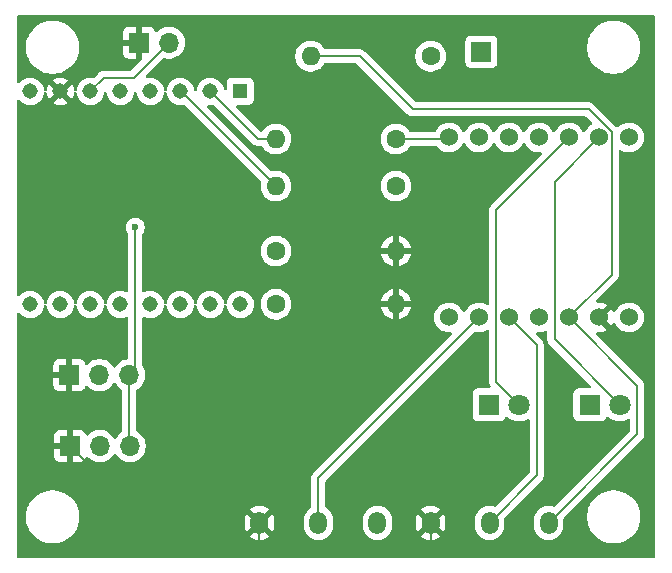
<source format=gbr>
%TF.GenerationSoftware,KiCad,Pcbnew,9.0.0*%
%TF.CreationDate,2025-03-31T22:17:34-07:00*%
%TF.ProjectId,DustBin_PCB,44757374-4269-46e5-9f50-43422e6b6963,rev?*%
%TF.SameCoordinates,Original*%
%TF.FileFunction,Copper,L2,Bot*%
%TF.FilePolarity,Positive*%
%FSLAX46Y46*%
G04 Gerber Fmt 4.6, Leading zero omitted, Abs format (unit mm)*
G04 Created by KiCad (PCBNEW 9.0.0) date 2025-03-31 22:17:34*
%MOMM*%
%LPD*%
G01*
G04 APERTURE LIST*
%TA.AperFunction,ComponentPad*%
%ADD10O,1.500000X1.900000*%
%TD*%
%TA.AperFunction,ComponentPad*%
%ADD11C,1.800000*%
%TD*%
%TA.AperFunction,ComponentPad*%
%ADD12R,1.800000X1.800000*%
%TD*%
%TA.AperFunction,ComponentPad*%
%ADD13O,1.600000X1.600000*%
%TD*%
%TA.AperFunction,ComponentPad*%
%ADD14C,1.600000*%
%TD*%
%TA.AperFunction,ComponentPad*%
%ADD15C,1.308000*%
%TD*%
%TA.AperFunction,ComponentPad*%
%ADD16R,1.308000X1.308000*%
%TD*%
%TA.AperFunction,ComponentPad*%
%ADD17R,1.700000X1.700000*%
%TD*%
%TA.AperFunction,ComponentPad*%
%ADD18O,1.700000X1.700000*%
%TD*%
%TA.AperFunction,ComponentPad*%
%ADD19C,1.524000*%
%TD*%
%TA.AperFunction,ViaPad*%
%ADD20C,0.600000*%
%TD*%
%TA.AperFunction,Conductor*%
%ADD21C,0.200000*%
%TD*%
G04 APERTURE END LIST*
D10*
%TO.P,POT_SENSITIVITY1,1,1*%
%TO.N,GND*%
X38000000Y-63500000D03*
%TO.P,POT_SENSITIVITY1,2,2*%
%TO.N,Net-(U1-PA7_A8_D8_SCK)*%
X43000000Y-63500000D03*
%TO.P,POT_SENSITIVITY1,3,3*%
%TO.N,+3.3V*%
X48000000Y-63500000D03*
%TD*%
D11*
%TO.P,GREEN_EMF1,2,A*%
%TO.N,Net-(GREEN_EMF1-A)*%
X60000000Y-53500000D03*
D12*
%TO.P,GREEN_EMF1,1,K*%
%TO.N,Net-(GREEN_EMF1-K)*%
X57460000Y-53500000D03*
%TD*%
D13*
%TO.P,R4,2*%
%TO.N,Net-(U2-RX)*%
X39420000Y-31000000D03*
D14*
%TO.P,R4,1*%
%TO.N,Net-(U1-PB08_A6_D6_TX)*%
X49580000Y-31000000D03*
%TD*%
D10*
%TO.P,POT_RUN_T1,1,1*%
%TO.N,GND*%
X52500000Y-63500000D03*
%TO.P,POT_RUN_T1,2,2*%
%TO.N,Net-(U1-PA5_A9_D9_MISO)*%
X57500000Y-63500000D03*
%TO.P,POT_RUN_T1,3,3*%
%TO.N,+3.3V*%
X62500000Y-63500000D03*
%TD*%
D14*
%TO.P,R1,1*%
%TO.N,Net-(RED_Power1-K)*%
X39420000Y-40500000D03*
D13*
%TO.P,R1,2*%
%TO.N,GND*%
X49580000Y-40500000D03*
%TD*%
D12*
%TO.P,RED_Power1,1,K*%
%TO.N,Net-(RED_Power1-K)*%
X66000000Y-53500000D03*
D11*
%TO.P,RED_Power1,2,A*%
%TO.N,Net-(RED_Power1-A)*%
X68540000Y-53500000D03*
%TD*%
D15*
%TO.P,U2,4,DAC_R*%
%TO.N,unconnected-(U2-DAC_R-Pad4)*%
X28770000Y-26983000D03*
%TO.P,U2,5,DAC_L*%
%TO.N,unconnected-(U2-DAC_L-Pad5)*%
X26230000Y-26983000D03*
%TO.P,U2,13,ADKEY2*%
%TO.N,unconnected-(U2-ADKEY2-Pad13)*%
X28770000Y-45017000D03*
%TO.P,U2,12,ADKEY1*%
%TO.N,unconnected-(U2-ADKEY1-Pad12)*%
X26230000Y-45017000D03*
%TO.P,U2,6,SPK1*%
%TO.N,Net-(U2-SPK1)*%
X23690000Y-26983000D03*
%TO.P,U2,3,TX*%
%TO.N,Net-(U2-TX)*%
X31310000Y-26983000D03*
%TO.P,U2,14,USB+*%
%TO.N,unconnected-(U2-USB+-Pad14)*%
X31310000Y-45017000D03*
%TO.P,U2,11,IO2*%
%TO.N,unconnected-(U2-IO2-Pad11)*%
X23690000Y-45017000D03*
%TO.P,U2,2,RX*%
%TO.N,Net-(U2-RX)*%
X33850000Y-26983000D03*
%TO.P,U2,15,USB-*%
%TO.N,unconnected-(U2-USB--Pad15)*%
X33850000Y-45017000D03*
%TO.P,U2,7,GND*%
%TO.N,GND*%
X21150000Y-26983000D03*
%TO.P,U2,10,GND__1*%
%TO.N,unconnected-(U2-GND__1-Pad10)*%
X21150000Y-45017000D03*
D16*
%TO.P,U2,1,VCC*%
%TO.N,+5V*%
X36390000Y-26983000D03*
D15*
%TO.P,U2,16,BUSY*%
%TO.N,unconnected-(U2-BUSY-Pad16)*%
X36390000Y-45017000D03*
%TO.P,U2,8,SPK2*%
%TO.N,unconnected-(U2-SPK2-Pad8)*%
X18610000Y-26983000D03*
%TO.P,U2,9,IO1*%
%TO.N,unconnected-(U2-IO1-Pad9)*%
X18610000Y-45017000D03*
%TD*%
D17*
%TO.P,SPK1,1,1*%
%TO.N,GND*%
X27810000Y-22850000D03*
D18*
%TO.P,SPK1,2,2*%
%TO.N,Net-(U2-SPK1)*%
X30350000Y-22850000D03*
%TD*%
D17*
%TO.P,RELAY2,1,Pin_1*%
%TO.N,GND*%
X21920000Y-51000000D03*
D18*
%TO.P,RELAY2,2,Pin_2*%
%TO.N,Net-(RELAY2-Pin_2)*%
X24460000Y-51000000D03*
%TO.P,RELAY2,3,Pin_3*%
%TO.N,+5V*%
X27000000Y-51000000D03*
%TD*%
D17*
%TO.P,RELAY1,1,Pin_1*%
%TO.N,GND*%
X21960000Y-57000000D03*
D18*
%TO.P,RELAY1,2,Pin_2*%
%TO.N,Net-(RELAY1-Pin_2)*%
X24500000Y-57000000D03*
%TO.P,RELAY1,3,Pin_3*%
%TO.N,+5V*%
X27040000Y-57000000D03*
%TD*%
D14*
%TO.P,R5,1*%
%TO.N,Net-(Antenna1-Pin_1)*%
X52500000Y-24000000D03*
D13*
%TO.P,R5,2*%
%TO.N,+3.3V*%
X42340000Y-24000000D03*
%TD*%
D14*
%TO.P,R3,1*%
%TO.N,Net-(U1-PB09_A7_D7_RX)*%
X49580000Y-35000000D03*
D13*
%TO.P,R3,2*%
%TO.N,Net-(U2-TX)*%
X39420000Y-35000000D03*
%TD*%
D14*
%TO.P,R2,1*%
%TO.N,Net-(GREEN_EMF1-K)*%
X39420000Y-45000000D03*
D13*
%TO.P,R2,2*%
%TO.N,GND*%
X49580000Y-45000000D03*
%TD*%
D17*
%TO.P,Antenna1,1,Pin_1*%
%TO.N,Net-(Antenna1-Pin_1)*%
X56801500Y-23620000D03*
%TD*%
D19*
%TO.P,U1,1,PA02_A0_D0*%
%TO.N,unconnected-(U1-PA02_A0_D0-Pad1)*%
X69301500Y-30880000D03*
%TO.P,U1,2,PA4_A1_D1*%
%TO.N,Net-(RED_Power1-A)*%
X66761500Y-30880000D03*
%TO.P,U1,3,PA10_A2_D2*%
%TO.N,Net-(GREEN_EMF1-A)*%
X64221500Y-30880000D03*
%TO.P,U1,4,PA11_A3_D3*%
%TO.N,Net-(RELAY1-Pin_2)*%
X61681500Y-30880000D03*
%TO.P,U1,5,PA8_A4_D4_SDA*%
%TO.N,Net-(RELAY2-Pin_2)*%
X59141500Y-30880000D03*
%TO.P,U1,6,PA9_A5_D5_SCL*%
%TO.N,Net-(Antenna1-Pin_1)*%
X56601500Y-30880000D03*
%TO.P,U1,7,PB08_A6_D6_TX*%
%TO.N,Net-(U1-PB08_A6_D6_TX)*%
X54061500Y-30880000D03*
%TO.P,U1,8,PB09_A7_D7_RX*%
%TO.N,Net-(U1-PB09_A7_D7_RX)*%
X54061500Y-46120000D03*
%TO.P,U1,9,PA7_A8_D8_SCK*%
%TO.N,Net-(U1-PA7_A8_D8_SCK)*%
X56601500Y-46120000D03*
%TO.P,U1,10,PA5_A9_D9_MISO*%
%TO.N,Net-(U1-PA5_A9_D9_MISO)*%
X59141500Y-46120000D03*
%TO.P,U1,11,PA6_A10_D10_MOSI*%
%TO.N,unconnected-(U1-PA6_A10_D10_MOSI-Pad11)*%
X61681500Y-46120000D03*
%TO.P,U1,12,3V3*%
%TO.N,+3.3V*%
X64221500Y-46120000D03*
%TO.P,U1,13,GND*%
%TO.N,GND*%
X66761500Y-46120000D03*
%TO.P,U1,14,5V*%
%TO.N,+5V*%
X69301500Y-46120000D03*
%TD*%
D20*
%TO.N,+5V*%
X27500000Y-38500000D03*
%TD*%
D21*
%TO.N,Net-(U1-PA7_A8_D8_SCK)*%
X56601500Y-46120000D02*
X43000000Y-59721500D01*
X43000000Y-59721500D02*
X43000000Y-63500000D01*
%TO.N,+3.3V*%
X64221500Y-46120000D02*
X70000000Y-51898500D01*
X70000000Y-51898500D02*
X70000000Y-56000000D01*
X70000000Y-56000000D02*
X62500000Y-63500000D01*
%TO.N,Net-(RED_Power1-A)*%
X68540000Y-53500000D02*
X63000000Y-47960000D01*
X63000000Y-47960000D02*
X63000000Y-34641500D01*
X63000000Y-34641500D02*
X66761500Y-30880000D01*
%TO.N,Net-(U1-PA5_A9_D9_MISO)*%
X57500000Y-63500000D02*
X61500000Y-59500000D01*
X61500000Y-59500000D02*
X61500000Y-48478500D01*
X61500000Y-48478500D02*
X59141500Y-46120000D01*
%TO.N,GND*%
X49580000Y-45000000D02*
X46831575Y-45000000D01*
X46831575Y-45000000D02*
X30331575Y-28500000D01*
X30331575Y-28500000D02*
X22667000Y-28500000D01*
X22667000Y-28500000D02*
X21150000Y-26983000D01*
%TO.N,Net-(U2-SPK1)*%
X30350000Y-22850000D02*
X27350000Y-25850000D01*
X24823000Y-25850000D02*
X23690000Y-26983000D01*
X27350000Y-25850000D02*
X24823000Y-25850000D01*
%TO.N,+5V*%
X27000000Y-51000000D02*
X27000000Y-56960000D01*
X27000000Y-56960000D02*
X27040000Y-57000000D01*
X27500000Y-38500000D02*
X27500000Y-50500000D01*
X27500000Y-50500000D02*
X27000000Y-51000000D01*
X27040000Y-51040000D02*
X27000000Y-51000000D01*
%TO.N,Net-(GREEN_EMF1-A)*%
X60000000Y-53500000D02*
X58078500Y-51578500D01*
X58078500Y-51578500D02*
X58078500Y-37023000D01*
X58078500Y-37023000D02*
X64221500Y-30880000D01*
%TO.N,GND*%
X71000000Y-66000000D02*
X52500000Y-66000000D01*
X52500000Y-63500000D02*
X52500000Y-66000000D01*
X52500000Y-66000000D02*
X38000000Y-66000000D01*
X38000000Y-63500000D02*
X38000000Y-66000000D01*
X21960000Y-57000000D02*
X21960000Y-51040000D01*
X21960000Y-51040000D02*
X21920000Y-51000000D01*
X66761500Y-46120000D02*
X71000000Y-50358500D01*
X71000000Y-50358500D02*
X71000000Y-66000000D01*
X38000000Y-66000000D02*
X30960000Y-66000000D01*
X30960000Y-66000000D02*
X21960000Y-57000000D01*
%TO.N,Net-(U1-PB08_A6_D6_TX)*%
X49580000Y-31000000D02*
X53941500Y-31000000D01*
X53941500Y-31000000D02*
X54061500Y-30880000D01*
%TO.N,Net-(U2-TX)*%
X39420000Y-35000000D02*
X31403000Y-26983000D01*
X31403000Y-26983000D02*
X31310000Y-26983000D01*
%TO.N,Net-(U2-RX)*%
X39420000Y-31000000D02*
X37867000Y-31000000D01*
X37867000Y-31000000D02*
X33850000Y-26983000D01*
%TO.N,GND*%
X27810000Y-22850000D02*
X25283000Y-22850000D01*
X25283000Y-22850000D02*
X21150000Y-26983000D01*
%TO.N,+3.3V*%
X46500000Y-24000000D02*
X51000000Y-28500000D01*
X42340000Y-24000000D02*
X46500000Y-24000000D01*
X51000000Y-28500000D02*
X65884810Y-28500000D01*
X65884810Y-28500000D02*
X67824500Y-30439690D01*
X67824500Y-30439690D02*
X67824500Y-42517000D01*
X67824500Y-42517000D02*
X64221500Y-46120000D01*
%TD*%
%TA.AperFunction,Conductor*%
%TO.N,GND*%
G36*
X71442539Y-20520185D02*
G01*
X71488294Y-20572989D01*
X71499500Y-20624500D01*
X71499500Y-66375500D01*
X71479815Y-66442539D01*
X71427011Y-66488294D01*
X71375500Y-66499500D01*
X17624500Y-66499500D01*
X17557461Y-66479815D01*
X17511706Y-66427011D01*
X17500500Y-66375500D01*
X17500500Y-62852486D01*
X18249500Y-62852486D01*
X18249500Y-63147513D01*
X18265417Y-63268409D01*
X18288007Y-63439993D01*
X18345045Y-63652862D01*
X18364361Y-63724951D01*
X18364364Y-63724961D01*
X18477254Y-63997500D01*
X18477258Y-63997510D01*
X18624761Y-64252993D01*
X18804352Y-64487040D01*
X18804358Y-64487047D01*
X19012952Y-64695641D01*
X19012959Y-64695647D01*
X19247006Y-64875238D01*
X19502489Y-65022741D01*
X19502490Y-65022741D01*
X19502493Y-65022743D01*
X19775048Y-65135639D01*
X20060007Y-65211993D01*
X20352494Y-65250500D01*
X20352501Y-65250500D01*
X20647499Y-65250500D01*
X20647506Y-65250500D01*
X20939993Y-65211993D01*
X21224952Y-65135639D01*
X21497507Y-65022743D01*
X21752994Y-64875238D01*
X21987042Y-64695646D01*
X22028863Y-64653825D01*
X22158114Y-64524575D01*
X22195641Y-64487047D01*
X22195646Y-64487042D01*
X22375238Y-64252994D01*
X22522743Y-63997507D01*
X22635639Y-63724952D01*
X22711993Y-63439993D01*
X22743376Y-63201617D01*
X36750000Y-63201617D01*
X36750000Y-63798382D01*
X36780778Y-63992705D01*
X36841581Y-64179835D01*
X36883783Y-64262662D01*
X37435387Y-63711059D01*
X37440889Y-63731591D01*
X37519881Y-63868408D01*
X37631592Y-63980119D01*
X37768409Y-64059111D01*
X37788939Y-64064612D01*
X37194034Y-64659515D01*
X37344856Y-64769095D01*
X37520164Y-64858418D01*
X37707294Y-64919221D01*
X37901618Y-64950000D01*
X38098382Y-64950000D01*
X38292705Y-64919221D01*
X38479835Y-64858418D01*
X38655135Y-64769099D01*
X38655141Y-64769095D01*
X38805963Y-64659515D01*
X38805964Y-64659515D01*
X38211060Y-64064612D01*
X38231591Y-64059111D01*
X38368408Y-63980119D01*
X38480119Y-63868408D01*
X38559111Y-63731591D01*
X38564612Y-63711060D01*
X39116214Y-64262663D01*
X39158417Y-64179838D01*
X39158420Y-64179831D01*
X39219221Y-63992705D01*
X39250000Y-63798382D01*
X39250000Y-63201617D01*
X39219221Y-63007294D01*
X39158420Y-62820169D01*
X39116214Y-62737335D01*
X38564611Y-63288938D01*
X38559111Y-63268409D01*
X38480119Y-63131592D01*
X38368408Y-63019881D01*
X38231591Y-62940889D01*
X38211060Y-62935387D01*
X38805964Y-62340484D01*
X38805963Y-62340483D01*
X38655143Y-62230904D01*
X38479835Y-62141581D01*
X38292705Y-62080778D01*
X38098382Y-62050000D01*
X37901618Y-62050000D01*
X37707294Y-62080778D01*
X37520164Y-62141581D01*
X37344855Y-62230905D01*
X37344852Y-62230907D01*
X37194035Y-62340483D01*
X37194034Y-62340483D01*
X37788939Y-62935387D01*
X37768409Y-62940889D01*
X37631592Y-63019881D01*
X37519881Y-63131592D01*
X37440889Y-63268409D01*
X37435387Y-63288939D01*
X36883783Y-62737335D01*
X36883783Y-62737336D01*
X36841582Y-62820161D01*
X36780778Y-63007294D01*
X36750000Y-63201617D01*
X22743376Y-63201617D01*
X22746148Y-63180565D01*
X22746148Y-63180564D01*
X22747164Y-63172839D01*
X22750500Y-63147506D01*
X22750500Y-62852494D01*
X22711993Y-62560007D01*
X22635639Y-62275048D01*
X22522743Y-62002493D01*
X22375238Y-61747006D01*
X22195646Y-61512958D01*
X22195641Y-61512952D01*
X21987047Y-61304358D01*
X21987040Y-61304352D01*
X21752993Y-61124761D01*
X21497510Y-60977258D01*
X21497500Y-60977254D01*
X21224961Y-60864364D01*
X21224954Y-60864362D01*
X21224952Y-60864361D01*
X20939993Y-60788007D01*
X20891113Y-60781571D01*
X20647513Y-60749500D01*
X20647506Y-60749500D01*
X20352494Y-60749500D01*
X20352486Y-60749500D01*
X20074085Y-60786153D01*
X20060007Y-60788007D01*
X19775048Y-60864361D01*
X19775038Y-60864364D01*
X19502499Y-60977254D01*
X19502489Y-60977258D01*
X19247006Y-61124761D01*
X19012959Y-61304352D01*
X19012952Y-61304358D01*
X18804358Y-61512952D01*
X18804352Y-61512959D01*
X18624761Y-61747006D01*
X18477258Y-62002489D01*
X18477254Y-62002499D01*
X18364364Y-62275038D01*
X18364361Y-62275048D01*
X18325566Y-62419836D01*
X18288008Y-62560004D01*
X18288006Y-62560015D01*
X18249500Y-62852486D01*
X17500500Y-62852486D01*
X17500500Y-45835688D01*
X17520185Y-45768649D01*
X17572989Y-45722894D01*
X17642147Y-45712950D01*
X17705703Y-45741975D01*
X17724815Y-45762799D01*
X17729397Y-45769106D01*
X17857894Y-45897603D01*
X18004910Y-46004417D01*
X18166826Y-46086917D01*
X18166828Y-46086918D01*
X18244907Y-46112287D01*
X18339654Y-46143072D01*
X18519139Y-46171500D01*
X18519140Y-46171500D01*
X18700860Y-46171500D01*
X18700861Y-46171500D01*
X18880346Y-46143072D01*
X18880349Y-46143071D01*
X18880350Y-46143071D01*
X19053171Y-46086918D01*
X19053171Y-46086917D01*
X19053174Y-46086917D01*
X19215090Y-46004417D01*
X19362106Y-45897603D01*
X19490603Y-45769106D01*
X19597417Y-45622090D01*
X19679917Y-45460174D01*
X19725436Y-45320080D01*
X19736071Y-45287350D01*
X19736071Y-45287349D01*
X19736072Y-45287346D01*
X19757527Y-45151884D01*
X19787456Y-45088750D01*
X19846768Y-45051819D01*
X19916630Y-45052817D01*
X19974863Y-45091427D01*
X20002473Y-45151885D01*
X20023928Y-45287347D01*
X20023928Y-45287350D01*
X20080081Y-45460171D01*
X20080083Y-45460174D01*
X20162583Y-45622090D01*
X20269397Y-45769106D01*
X20397894Y-45897603D01*
X20544910Y-46004417D01*
X20706826Y-46086917D01*
X20706828Y-46086918D01*
X20784907Y-46112287D01*
X20879654Y-46143072D01*
X21059139Y-46171500D01*
X21059140Y-46171500D01*
X21240860Y-46171500D01*
X21240861Y-46171500D01*
X21420346Y-46143072D01*
X21420349Y-46143071D01*
X21420350Y-46143071D01*
X21593171Y-46086918D01*
X21593171Y-46086917D01*
X21593174Y-46086917D01*
X21755090Y-46004417D01*
X21902106Y-45897603D01*
X22030603Y-45769106D01*
X22137417Y-45622090D01*
X22219917Y-45460174D01*
X22265436Y-45320080D01*
X22276071Y-45287350D01*
X22276071Y-45287349D01*
X22276072Y-45287346D01*
X22297527Y-45151884D01*
X22327456Y-45088750D01*
X22386768Y-45051819D01*
X22456630Y-45052817D01*
X22514863Y-45091427D01*
X22542473Y-45151885D01*
X22563928Y-45287347D01*
X22563928Y-45287350D01*
X22620081Y-45460171D01*
X22620083Y-45460174D01*
X22702583Y-45622090D01*
X22809397Y-45769106D01*
X22937894Y-45897603D01*
X23084910Y-46004417D01*
X23246826Y-46086917D01*
X23246828Y-46086918D01*
X23324907Y-46112287D01*
X23419654Y-46143072D01*
X23599139Y-46171500D01*
X23599140Y-46171500D01*
X23780860Y-46171500D01*
X23780861Y-46171500D01*
X23960346Y-46143072D01*
X23960349Y-46143071D01*
X23960350Y-46143071D01*
X24133171Y-46086918D01*
X24133171Y-46086917D01*
X24133174Y-46086917D01*
X24295090Y-46004417D01*
X24442106Y-45897603D01*
X24570603Y-45769106D01*
X24677417Y-45622090D01*
X24759917Y-45460174D01*
X24805436Y-45320080D01*
X24816071Y-45287350D01*
X24816071Y-45287349D01*
X24816072Y-45287346D01*
X24837527Y-45151884D01*
X24867456Y-45088750D01*
X24926768Y-45051819D01*
X24996630Y-45052817D01*
X25054863Y-45091427D01*
X25082473Y-45151885D01*
X25103928Y-45287347D01*
X25103928Y-45287350D01*
X25160081Y-45460171D01*
X25160083Y-45460174D01*
X25242583Y-45622090D01*
X25349397Y-45769106D01*
X25477894Y-45897603D01*
X25624910Y-46004417D01*
X25786826Y-46086917D01*
X25786828Y-46086918D01*
X25864907Y-46112287D01*
X25959654Y-46143072D01*
X26139139Y-46171500D01*
X26139140Y-46171500D01*
X26320860Y-46171500D01*
X26320861Y-46171500D01*
X26500346Y-46143072D01*
X26500349Y-46143071D01*
X26500350Y-46143071D01*
X26673171Y-46086918D01*
X26673174Y-46086917D01*
X26719205Y-46063463D01*
X26787874Y-46050567D01*
X26852615Y-46076843D01*
X26892872Y-46133949D01*
X26899500Y-46173948D01*
X26899500Y-49542677D01*
X26879815Y-49609716D01*
X26827011Y-49655471D01*
X26794899Y-49665150D01*
X26683759Y-49682753D01*
X26481585Y-49748444D01*
X26292179Y-49844951D01*
X26120213Y-49969890D01*
X25969890Y-50120213D01*
X25844949Y-50292182D01*
X25840484Y-50300946D01*
X25792509Y-50351742D01*
X25724688Y-50368536D01*
X25658553Y-50345998D01*
X25619516Y-50300946D01*
X25615050Y-50292182D01*
X25490109Y-50120213D01*
X25339786Y-49969890D01*
X25167820Y-49844951D01*
X24978414Y-49748444D01*
X24978413Y-49748443D01*
X24978412Y-49748443D01*
X24776243Y-49682754D01*
X24776241Y-49682753D01*
X24776240Y-49682753D01*
X24614957Y-49657208D01*
X24566287Y-49649500D01*
X24353713Y-49649500D01*
X24305042Y-49657208D01*
X24143760Y-49682753D01*
X23941585Y-49748444D01*
X23752179Y-49844951D01*
X23580215Y-49969889D01*
X23466285Y-50083819D01*
X23404962Y-50117303D01*
X23335270Y-50112319D01*
X23279337Y-50070447D01*
X23262422Y-50039470D01*
X23213354Y-49907913D01*
X23213350Y-49907906D01*
X23127190Y-49792812D01*
X23127187Y-49792809D01*
X23012093Y-49706649D01*
X23012086Y-49706645D01*
X22877379Y-49656403D01*
X22877372Y-49656401D01*
X22817844Y-49650000D01*
X22170000Y-49650000D01*
X22170000Y-50566988D01*
X22112993Y-50534075D01*
X21985826Y-50500000D01*
X21854174Y-50500000D01*
X21727007Y-50534075D01*
X21670000Y-50566988D01*
X21670000Y-49650000D01*
X21022155Y-49650000D01*
X20962627Y-49656401D01*
X20962620Y-49656403D01*
X20827913Y-49706645D01*
X20827906Y-49706649D01*
X20712812Y-49792809D01*
X20712809Y-49792812D01*
X20626649Y-49907906D01*
X20626645Y-49907913D01*
X20576403Y-50042620D01*
X20576401Y-50042627D01*
X20570000Y-50102155D01*
X20570000Y-50750000D01*
X21486988Y-50750000D01*
X21454075Y-50807007D01*
X21420000Y-50934174D01*
X21420000Y-51065826D01*
X21454075Y-51192993D01*
X21486988Y-51250000D01*
X20570000Y-51250000D01*
X20570000Y-51897844D01*
X20576401Y-51957372D01*
X20576403Y-51957379D01*
X20626645Y-52092086D01*
X20626649Y-52092093D01*
X20712809Y-52207187D01*
X20712812Y-52207190D01*
X20827906Y-52293350D01*
X20827913Y-52293354D01*
X20962620Y-52343596D01*
X20962627Y-52343598D01*
X21022155Y-52349999D01*
X21022172Y-52350000D01*
X21670000Y-52350000D01*
X21670000Y-51433012D01*
X21727007Y-51465925D01*
X21854174Y-51500000D01*
X21985826Y-51500000D01*
X22112993Y-51465925D01*
X22170000Y-51433012D01*
X22170000Y-52350000D01*
X22817828Y-52350000D01*
X22817844Y-52349999D01*
X22877372Y-52343598D01*
X22877379Y-52343596D01*
X23012086Y-52293354D01*
X23012093Y-52293350D01*
X23127187Y-52207190D01*
X23127190Y-52207187D01*
X23213350Y-52092093D01*
X23213354Y-52092086D01*
X23262422Y-51960529D01*
X23304293Y-51904595D01*
X23369757Y-51880178D01*
X23438030Y-51895030D01*
X23466285Y-51916181D01*
X23580213Y-52030109D01*
X23752179Y-52155048D01*
X23752181Y-52155049D01*
X23752184Y-52155051D01*
X23941588Y-52251557D01*
X24143757Y-52317246D01*
X24353713Y-52350500D01*
X24353714Y-52350500D01*
X24566286Y-52350500D01*
X24566287Y-52350500D01*
X24776243Y-52317246D01*
X24978412Y-52251557D01*
X25167816Y-52155051D01*
X25254471Y-52092093D01*
X25339786Y-52030109D01*
X25339788Y-52030106D01*
X25339792Y-52030104D01*
X25490104Y-51879792D01*
X25490106Y-51879788D01*
X25490109Y-51879786D01*
X25615048Y-51707820D01*
X25615047Y-51707820D01*
X25615051Y-51707816D01*
X25619514Y-51699054D01*
X25667488Y-51648259D01*
X25735308Y-51631463D01*
X25801444Y-51653999D01*
X25840486Y-51699056D01*
X25844951Y-51707820D01*
X25969890Y-51879786D01*
X26120213Y-52030109D01*
X26292184Y-52155051D01*
X26292184Y-52155052D01*
X26331793Y-52175233D01*
X26382590Y-52223206D01*
X26399500Y-52285718D01*
X26399500Y-55734662D01*
X26379815Y-55801701D01*
X26335798Y-55841527D01*
X26336336Y-55842404D01*
X26332184Y-55844948D01*
X26160213Y-55969890D01*
X26009890Y-56120213D01*
X25884949Y-56292182D01*
X25880484Y-56300946D01*
X25832509Y-56351742D01*
X25764688Y-56368536D01*
X25698553Y-56345998D01*
X25659516Y-56300946D01*
X25655050Y-56292182D01*
X25530109Y-56120213D01*
X25379786Y-55969890D01*
X25207820Y-55844951D01*
X25018414Y-55748444D01*
X25018413Y-55748443D01*
X25018412Y-55748443D01*
X24816243Y-55682754D01*
X24816241Y-55682753D01*
X24816240Y-55682753D01*
X24654957Y-55657208D01*
X24606287Y-55649500D01*
X24393713Y-55649500D01*
X24345042Y-55657208D01*
X24183760Y-55682753D01*
X23981585Y-55748444D01*
X23792179Y-55844951D01*
X23620215Y-55969889D01*
X23506285Y-56083819D01*
X23444962Y-56117303D01*
X23375270Y-56112319D01*
X23319337Y-56070447D01*
X23302422Y-56039470D01*
X23253354Y-55907913D01*
X23253350Y-55907906D01*
X23167190Y-55792812D01*
X23167187Y-55792809D01*
X23052093Y-55706649D01*
X23052086Y-55706645D01*
X22917379Y-55656403D01*
X22917372Y-55656401D01*
X22857844Y-55650000D01*
X22210000Y-55650000D01*
X22210000Y-56566988D01*
X22152993Y-56534075D01*
X22025826Y-56500000D01*
X21894174Y-56500000D01*
X21767007Y-56534075D01*
X21710000Y-56566988D01*
X21710000Y-55650000D01*
X21062155Y-55650000D01*
X21002627Y-55656401D01*
X21002620Y-55656403D01*
X20867913Y-55706645D01*
X20867906Y-55706649D01*
X20752812Y-55792809D01*
X20752809Y-55792812D01*
X20666649Y-55907906D01*
X20666645Y-55907913D01*
X20616403Y-56042620D01*
X20616401Y-56042627D01*
X20610000Y-56102155D01*
X20610000Y-56750000D01*
X21526988Y-56750000D01*
X21494075Y-56807007D01*
X21460000Y-56934174D01*
X21460000Y-57065826D01*
X21494075Y-57192993D01*
X21526988Y-57250000D01*
X20610000Y-57250000D01*
X20610000Y-57897844D01*
X20616401Y-57957372D01*
X20616403Y-57957379D01*
X20666645Y-58092086D01*
X20666649Y-58092093D01*
X20752809Y-58207187D01*
X20752812Y-58207190D01*
X20867906Y-58293350D01*
X20867913Y-58293354D01*
X21002620Y-58343596D01*
X21002627Y-58343598D01*
X21062155Y-58349999D01*
X21062172Y-58350000D01*
X21710000Y-58350000D01*
X21710000Y-57433012D01*
X21767007Y-57465925D01*
X21894174Y-57500000D01*
X22025826Y-57500000D01*
X22152993Y-57465925D01*
X22210000Y-57433012D01*
X22210000Y-58350000D01*
X22857828Y-58350000D01*
X22857844Y-58349999D01*
X22917372Y-58343598D01*
X22917379Y-58343596D01*
X23052086Y-58293354D01*
X23052093Y-58293350D01*
X23167187Y-58207190D01*
X23167190Y-58207187D01*
X23253350Y-58092093D01*
X23253354Y-58092086D01*
X23302422Y-57960529D01*
X23344293Y-57904595D01*
X23409757Y-57880178D01*
X23478030Y-57895030D01*
X23506285Y-57916181D01*
X23620213Y-58030109D01*
X23792179Y-58155048D01*
X23792181Y-58155049D01*
X23792184Y-58155051D01*
X23981588Y-58251557D01*
X24183757Y-58317246D01*
X24393713Y-58350500D01*
X24393714Y-58350500D01*
X24606286Y-58350500D01*
X24606287Y-58350500D01*
X24816243Y-58317246D01*
X25018412Y-58251557D01*
X25207816Y-58155051D01*
X25294471Y-58092093D01*
X25379786Y-58030109D01*
X25379788Y-58030106D01*
X25379792Y-58030104D01*
X25530104Y-57879792D01*
X25530106Y-57879788D01*
X25530109Y-57879786D01*
X25655048Y-57707820D01*
X25655047Y-57707820D01*
X25655051Y-57707816D01*
X25659514Y-57699054D01*
X25707488Y-57648259D01*
X25775308Y-57631463D01*
X25841444Y-57653999D01*
X25880486Y-57699056D01*
X25884951Y-57707820D01*
X26009890Y-57879786D01*
X26160213Y-58030109D01*
X26332179Y-58155048D01*
X26332181Y-58155049D01*
X26332184Y-58155051D01*
X26521588Y-58251557D01*
X26723757Y-58317246D01*
X26933713Y-58350500D01*
X26933714Y-58350500D01*
X27146286Y-58350500D01*
X27146287Y-58350500D01*
X27356243Y-58317246D01*
X27558412Y-58251557D01*
X27747816Y-58155051D01*
X27834471Y-58092093D01*
X27919786Y-58030109D01*
X27919788Y-58030106D01*
X27919792Y-58030104D01*
X28070104Y-57879792D01*
X28070106Y-57879788D01*
X28070109Y-57879786D01*
X28195048Y-57707820D01*
X28195047Y-57707820D01*
X28195051Y-57707816D01*
X28291557Y-57518412D01*
X28357246Y-57316243D01*
X28390500Y-57106287D01*
X28390500Y-56893713D01*
X28357246Y-56683757D01*
X28291557Y-56481588D01*
X28195051Y-56292184D01*
X28195049Y-56292181D01*
X28195048Y-56292179D01*
X28070109Y-56120213D01*
X27919786Y-55969890D01*
X27747817Y-55844949D01*
X27668204Y-55804383D01*
X27617408Y-55756408D01*
X27600500Y-55693899D01*
X27600500Y-52285718D01*
X27620185Y-52218679D01*
X27668207Y-52175233D01*
X27707815Y-52155052D01*
X27707815Y-52155051D01*
X27707816Y-52155051D01*
X27839991Y-52059021D01*
X27879786Y-52030109D01*
X27879788Y-52030106D01*
X27879792Y-52030104D01*
X28030104Y-51879792D01*
X28030106Y-51879788D01*
X28030109Y-51879786D01*
X28155048Y-51707820D01*
X28155047Y-51707820D01*
X28155051Y-51707816D01*
X28251557Y-51518412D01*
X28317246Y-51316243D01*
X28350500Y-51106287D01*
X28350500Y-50893713D01*
X28317246Y-50683757D01*
X28251557Y-50481588D01*
X28155051Y-50292184D01*
X28124181Y-50249694D01*
X28100702Y-50183887D01*
X28100500Y-50176810D01*
X28100500Y-46173948D01*
X28120185Y-46106909D01*
X28172989Y-46061154D01*
X28242147Y-46051210D01*
X28280795Y-46063463D01*
X28326825Y-46086917D01*
X28326828Y-46086918D01*
X28404907Y-46112287D01*
X28499654Y-46143072D01*
X28679139Y-46171500D01*
X28679140Y-46171500D01*
X28860860Y-46171500D01*
X28860861Y-46171500D01*
X29040346Y-46143072D01*
X29040349Y-46143071D01*
X29040350Y-46143071D01*
X29213171Y-46086918D01*
X29213171Y-46086917D01*
X29213174Y-46086917D01*
X29375090Y-46004417D01*
X29522106Y-45897603D01*
X29650603Y-45769106D01*
X29757417Y-45622090D01*
X29839917Y-45460174D01*
X29885436Y-45320080D01*
X29896071Y-45287350D01*
X29896071Y-45287349D01*
X29896072Y-45287346D01*
X29917527Y-45151884D01*
X29947456Y-45088750D01*
X30006768Y-45051819D01*
X30076630Y-45052817D01*
X30134863Y-45091427D01*
X30162473Y-45151885D01*
X30183928Y-45287347D01*
X30183928Y-45287350D01*
X30240081Y-45460171D01*
X30240083Y-45460174D01*
X30322583Y-45622090D01*
X30429397Y-45769106D01*
X30557894Y-45897603D01*
X30704910Y-46004417D01*
X30866826Y-46086917D01*
X30866828Y-46086918D01*
X30944907Y-46112287D01*
X31039654Y-46143072D01*
X31219139Y-46171500D01*
X31219140Y-46171500D01*
X31400860Y-46171500D01*
X31400861Y-46171500D01*
X31580346Y-46143072D01*
X31580349Y-46143071D01*
X31580350Y-46143071D01*
X31753171Y-46086918D01*
X31753171Y-46086917D01*
X31753174Y-46086917D01*
X31915090Y-46004417D01*
X32062106Y-45897603D01*
X32190603Y-45769106D01*
X32297417Y-45622090D01*
X32379917Y-45460174D01*
X32425436Y-45320080D01*
X32436071Y-45287350D01*
X32436071Y-45287349D01*
X32436072Y-45287346D01*
X32457527Y-45151884D01*
X32487456Y-45088750D01*
X32546768Y-45051819D01*
X32616630Y-45052817D01*
X32674863Y-45091427D01*
X32702473Y-45151885D01*
X32723928Y-45287347D01*
X32723928Y-45287350D01*
X32780081Y-45460171D01*
X32780083Y-45460174D01*
X32862583Y-45622090D01*
X32969397Y-45769106D01*
X33097894Y-45897603D01*
X33244910Y-46004417D01*
X33406826Y-46086917D01*
X33406828Y-46086918D01*
X33484907Y-46112287D01*
X33579654Y-46143072D01*
X33759139Y-46171500D01*
X33759140Y-46171500D01*
X33940860Y-46171500D01*
X33940861Y-46171500D01*
X34120346Y-46143072D01*
X34120349Y-46143071D01*
X34120350Y-46143071D01*
X34293171Y-46086918D01*
X34293171Y-46086917D01*
X34293174Y-46086917D01*
X34455090Y-46004417D01*
X34602106Y-45897603D01*
X34730603Y-45769106D01*
X34837417Y-45622090D01*
X34919917Y-45460174D01*
X34965436Y-45320080D01*
X34976071Y-45287350D01*
X34976071Y-45287349D01*
X34976072Y-45287346D01*
X34997527Y-45151884D01*
X35027456Y-45088750D01*
X35086768Y-45051819D01*
X35156630Y-45052817D01*
X35214863Y-45091427D01*
X35242473Y-45151885D01*
X35263928Y-45287347D01*
X35263928Y-45287350D01*
X35320081Y-45460171D01*
X35320083Y-45460174D01*
X35402583Y-45622090D01*
X35509397Y-45769106D01*
X35637894Y-45897603D01*
X35784910Y-46004417D01*
X35946826Y-46086917D01*
X35946828Y-46086918D01*
X36024907Y-46112287D01*
X36119654Y-46143072D01*
X36299139Y-46171500D01*
X36299140Y-46171500D01*
X36480860Y-46171500D01*
X36480861Y-46171500D01*
X36660346Y-46143072D01*
X36660349Y-46143071D01*
X36660350Y-46143071D01*
X36833171Y-46086918D01*
X36833171Y-46086917D01*
X36833174Y-46086917D01*
X36995090Y-46004417D01*
X37142106Y-45897603D01*
X37270603Y-45769106D01*
X37377417Y-45622090D01*
X37459917Y-45460174D01*
X37505436Y-45320080D01*
X37516071Y-45287350D01*
X37516071Y-45287349D01*
X37516072Y-45287346D01*
X37544500Y-45107861D01*
X37544500Y-44926139D01*
X37539987Y-44897648D01*
X38119500Y-44897648D01*
X38119500Y-45102352D01*
X38120373Y-45107861D01*
X38151522Y-45304534D01*
X38214781Y-45499223D01*
X38273661Y-45614780D01*
X38299543Y-45665576D01*
X38307715Y-45681613D01*
X38428028Y-45847213D01*
X38572786Y-45991971D01*
X38703471Y-46086917D01*
X38738390Y-46112287D01*
X38854602Y-46171500D01*
X38920776Y-46205218D01*
X38920778Y-46205218D01*
X38920781Y-46205220D01*
X38964303Y-46219361D01*
X39115465Y-46268477D01*
X39216557Y-46284488D01*
X39317648Y-46300500D01*
X39317649Y-46300500D01*
X39522351Y-46300500D01*
X39522352Y-46300500D01*
X39724534Y-46268477D01*
X39919219Y-46205220D01*
X40101610Y-46112287D01*
X40250082Y-46004417D01*
X40267213Y-45991971D01*
X40267215Y-45991968D01*
X40267219Y-45991966D01*
X40411966Y-45847219D01*
X40411968Y-45847215D01*
X40411971Y-45847213D01*
X40464732Y-45774590D01*
X40532287Y-45681610D01*
X40625220Y-45499219D01*
X40688477Y-45304534D01*
X40720500Y-45102352D01*
X40720500Y-44897648D01*
X40697114Y-44750000D01*
X48303391Y-44750000D01*
X49264314Y-44750000D01*
X49259920Y-44754394D01*
X49207259Y-44845606D01*
X49180000Y-44947339D01*
X49180000Y-45052661D01*
X49207259Y-45154394D01*
X49259920Y-45245606D01*
X49264314Y-45250000D01*
X48303391Y-45250000D01*
X48312009Y-45304413D01*
X48375244Y-45499029D01*
X48468140Y-45681349D01*
X48588417Y-45846894D01*
X48588417Y-45846895D01*
X48733104Y-45991582D01*
X48898650Y-46111859D01*
X49080968Y-46204754D01*
X49275578Y-46267988D01*
X49330000Y-46276607D01*
X49330000Y-45315686D01*
X49334394Y-45320080D01*
X49425606Y-45372741D01*
X49527339Y-45400000D01*
X49632661Y-45400000D01*
X49734394Y-45372741D01*
X49825606Y-45320080D01*
X49830000Y-45315686D01*
X49830000Y-46276606D01*
X49884421Y-46267988D01*
X50079031Y-46204754D01*
X50261349Y-46111859D01*
X50426894Y-45991582D01*
X50426895Y-45991582D01*
X50571582Y-45846895D01*
X50571582Y-45846894D01*
X50691859Y-45681349D01*
X50784755Y-45499029D01*
X50847990Y-45304413D01*
X50856609Y-45250000D01*
X49895686Y-45250000D01*
X49900080Y-45245606D01*
X49952741Y-45154394D01*
X49980000Y-45052661D01*
X49980000Y-44947339D01*
X49952741Y-44845606D01*
X49900080Y-44754394D01*
X49895686Y-44750000D01*
X50856609Y-44750000D01*
X50847990Y-44695586D01*
X50784755Y-44500970D01*
X50691859Y-44318650D01*
X50571582Y-44153105D01*
X50571582Y-44153104D01*
X50426895Y-44008417D01*
X50261349Y-43888140D01*
X50079029Y-43795244D01*
X49884413Y-43732009D01*
X49830000Y-43723390D01*
X49830000Y-44684314D01*
X49825606Y-44679920D01*
X49734394Y-44627259D01*
X49632661Y-44600000D01*
X49527339Y-44600000D01*
X49425606Y-44627259D01*
X49334394Y-44679920D01*
X49330000Y-44684314D01*
X49330000Y-43723390D01*
X49275586Y-43732009D01*
X49080970Y-43795244D01*
X48898650Y-43888140D01*
X48733105Y-44008417D01*
X48733104Y-44008417D01*
X48588417Y-44153104D01*
X48588417Y-44153105D01*
X48468140Y-44318650D01*
X48375244Y-44500970D01*
X48312009Y-44695586D01*
X48303391Y-44750000D01*
X40697114Y-44750000D01*
X40688477Y-44695466D01*
X40625220Y-44500781D01*
X40625218Y-44500778D01*
X40625218Y-44500776D01*
X40579937Y-44411909D01*
X40532287Y-44318390D01*
X40509651Y-44287234D01*
X40411971Y-44152786D01*
X40267213Y-44008028D01*
X40101613Y-43887715D01*
X40101612Y-43887714D01*
X40101610Y-43887713D01*
X40044653Y-43858691D01*
X39919223Y-43794781D01*
X39724534Y-43731522D01*
X39549995Y-43703878D01*
X39522352Y-43699500D01*
X39317648Y-43699500D01*
X39293329Y-43703351D01*
X39115465Y-43731522D01*
X38920776Y-43794781D01*
X38738386Y-43887715D01*
X38572786Y-44008028D01*
X38428028Y-44152786D01*
X38307715Y-44318386D01*
X38214781Y-44500776D01*
X38151522Y-44695465D01*
X38124425Y-44866552D01*
X38119500Y-44897648D01*
X37539987Y-44897648D01*
X37516072Y-44746654D01*
X37516071Y-44746650D01*
X37516071Y-44746649D01*
X37459918Y-44573828D01*
X37459916Y-44573825D01*
X37422699Y-44500781D01*
X37377417Y-44411910D01*
X37270603Y-44264894D01*
X37142106Y-44136397D01*
X36995090Y-44029583D01*
X36833174Y-43947083D01*
X36833171Y-43947081D01*
X36660348Y-43890928D01*
X36540689Y-43871976D01*
X36480861Y-43862500D01*
X36299139Y-43862500D01*
X36239310Y-43871976D01*
X36119652Y-43890928D01*
X36119649Y-43890928D01*
X35946828Y-43947081D01*
X35946825Y-43947083D01*
X35784909Y-44029583D01*
X35720501Y-44076379D01*
X35637894Y-44136397D01*
X35637892Y-44136399D01*
X35637891Y-44136399D01*
X35509399Y-44264891D01*
X35509399Y-44264892D01*
X35509397Y-44264894D01*
X35463525Y-44328030D01*
X35402583Y-44411909D01*
X35320083Y-44573825D01*
X35320081Y-44573828D01*
X35263928Y-44746649D01*
X35263928Y-44746652D01*
X35242473Y-44882114D01*
X35212544Y-44945249D01*
X35153232Y-44982180D01*
X35083370Y-44981182D01*
X35025137Y-44942572D01*
X34997527Y-44882114D01*
X34993708Y-44858000D01*
X34976072Y-44746654D01*
X34976071Y-44746650D01*
X34976071Y-44746649D01*
X34919918Y-44573828D01*
X34919916Y-44573825D01*
X34882699Y-44500781D01*
X34837417Y-44411910D01*
X34730603Y-44264894D01*
X34602106Y-44136397D01*
X34455090Y-44029583D01*
X34293174Y-43947083D01*
X34293171Y-43947081D01*
X34120348Y-43890928D01*
X34000689Y-43871976D01*
X33940861Y-43862500D01*
X33759139Y-43862500D01*
X33699310Y-43871976D01*
X33579652Y-43890928D01*
X33579649Y-43890928D01*
X33406828Y-43947081D01*
X33406825Y-43947083D01*
X33244909Y-44029583D01*
X33180501Y-44076379D01*
X33097894Y-44136397D01*
X33097892Y-44136399D01*
X33097891Y-44136399D01*
X32969399Y-44264891D01*
X32969399Y-44264892D01*
X32969397Y-44264894D01*
X32923525Y-44328030D01*
X32862583Y-44411909D01*
X32780083Y-44573825D01*
X32780081Y-44573828D01*
X32723928Y-44746649D01*
X32723928Y-44746652D01*
X32702473Y-44882114D01*
X32672544Y-44945249D01*
X32613232Y-44982180D01*
X32543370Y-44981182D01*
X32485137Y-44942572D01*
X32457527Y-44882114D01*
X32453708Y-44858000D01*
X32436072Y-44746654D01*
X32436071Y-44746650D01*
X32436071Y-44746649D01*
X32379918Y-44573828D01*
X32379916Y-44573825D01*
X32342699Y-44500781D01*
X32297417Y-44411910D01*
X32190603Y-44264894D01*
X32062106Y-44136397D01*
X31915090Y-44029583D01*
X31753174Y-43947083D01*
X31753171Y-43947081D01*
X31580348Y-43890928D01*
X31460689Y-43871976D01*
X31400861Y-43862500D01*
X31219139Y-43862500D01*
X31159310Y-43871976D01*
X31039652Y-43890928D01*
X31039649Y-43890928D01*
X30866828Y-43947081D01*
X30866825Y-43947083D01*
X30704909Y-44029583D01*
X30640501Y-44076379D01*
X30557894Y-44136397D01*
X30557892Y-44136399D01*
X30557891Y-44136399D01*
X30429399Y-44264891D01*
X30429399Y-44264892D01*
X30429397Y-44264894D01*
X30383525Y-44328030D01*
X30322583Y-44411909D01*
X30240083Y-44573825D01*
X30240081Y-44573828D01*
X30183928Y-44746649D01*
X30183928Y-44746652D01*
X30162473Y-44882114D01*
X30132544Y-44945249D01*
X30073232Y-44982180D01*
X30003370Y-44981182D01*
X29945137Y-44942572D01*
X29917527Y-44882114D01*
X29913708Y-44858000D01*
X29896072Y-44746654D01*
X29896071Y-44746650D01*
X29896071Y-44746649D01*
X29839918Y-44573828D01*
X29839916Y-44573825D01*
X29802699Y-44500781D01*
X29757417Y-44411910D01*
X29650603Y-44264894D01*
X29522106Y-44136397D01*
X29375090Y-44029583D01*
X29213174Y-43947083D01*
X29213171Y-43947081D01*
X29040348Y-43890928D01*
X28920689Y-43871976D01*
X28860861Y-43862500D01*
X28679139Y-43862500D01*
X28619310Y-43871976D01*
X28499652Y-43890928D01*
X28499649Y-43890928D01*
X28326828Y-43947081D01*
X28326824Y-43947083D01*
X28280793Y-43970537D01*
X28212124Y-43983432D01*
X28147384Y-43957155D01*
X28107128Y-43900048D01*
X28100500Y-43860051D01*
X28100500Y-40397648D01*
X38119500Y-40397648D01*
X38119500Y-40602351D01*
X38151522Y-40804534D01*
X38214781Y-40999223D01*
X38307715Y-41181613D01*
X38428028Y-41347213D01*
X38572786Y-41491971D01*
X38727749Y-41604556D01*
X38738390Y-41612287D01*
X38854607Y-41671503D01*
X38920776Y-41705218D01*
X38920778Y-41705218D01*
X38920781Y-41705220D01*
X39025137Y-41739127D01*
X39115465Y-41768477D01*
X39216557Y-41784488D01*
X39317648Y-41800500D01*
X39317649Y-41800500D01*
X39522351Y-41800500D01*
X39522352Y-41800500D01*
X39724534Y-41768477D01*
X39919219Y-41705220D01*
X40101610Y-41612287D01*
X40194590Y-41544732D01*
X40267213Y-41491971D01*
X40267215Y-41491968D01*
X40267219Y-41491966D01*
X40411966Y-41347219D01*
X40411968Y-41347215D01*
X40411971Y-41347213D01*
X40464732Y-41274590D01*
X40532287Y-41181610D01*
X40625220Y-40999219D01*
X40688477Y-40804534D01*
X40720500Y-40602352D01*
X40720500Y-40397648D01*
X40697114Y-40250000D01*
X48303391Y-40250000D01*
X49264314Y-40250000D01*
X49259920Y-40254394D01*
X49207259Y-40345606D01*
X49180000Y-40447339D01*
X49180000Y-40552661D01*
X49207259Y-40654394D01*
X49259920Y-40745606D01*
X49264314Y-40750000D01*
X48303391Y-40750000D01*
X48312009Y-40804413D01*
X48375244Y-40999029D01*
X48468140Y-41181349D01*
X48588417Y-41346894D01*
X48588417Y-41346895D01*
X48733104Y-41491582D01*
X48898650Y-41611859D01*
X49080968Y-41704754D01*
X49275578Y-41767988D01*
X49330000Y-41776607D01*
X49330000Y-40815686D01*
X49334394Y-40820080D01*
X49425606Y-40872741D01*
X49527339Y-40900000D01*
X49632661Y-40900000D01*
X49734394Y-40872741D01*
X49825606Y-40820080D01*
X49830000Y-40815686D01*
X49830000Y-41776606D01*
X49884421Y-41767988D01*
X50079031Y-41704754D01*
X50261349Y-41611859D01*
X50426894Y-41491582D01*
X50426895Y-41491582D01*
X50571582Y-41346895D01*
X50571582Y-41346894D01*
X50691859Y-41181349D01*
X50784755Y-40999029D01*
X50847990Y-40804413D01*
X50856609Y-40750000D01*
X49895686Y-40750000D01*
X49900080Y-40745606D01*
X49952741Y-40654394D01*
X49980000Y-40552661D01*
X49980000Y-40447339D01*
X49952741Y-40345606D01*
X49900080Y-40254394D01*
X49895686Y-40250000D01*
X50856609Y-40250000D01*
X50847990Y-40195586D01*
X50784755Y-40000970D01*
X50691859Y-39818650D01*
X50571582Y-39653105D01*
X50571582Y-39653104D01*
X50426895Y-39508417D01*
X50261349Y-39388140D01*
X50079029Y-39295244D01*
X49884413Y-39232009D01*
X49830000Y-39223390D01*
X49830000Y-40184314D01*
X49825606Y-40179920D01*
X49734394Y-40127259D01*
X49632661Y-40100000D01*
X49527339Y-40100000D01*
X49425606Y-40127259D01*
X49334394Y-40179920D01*
X49330000Y-40184314D01*
X49330000Y-39223390D01*
X49275586Y-39232009D01*
X49080970Y-39295244D01*
X48898650Y-39388140D01*
X48733105Y-39508417D01*
X48733104Y-39508417D01*
X48588417Y-39653104D01*
X48588417Y-39653105D01*
X48468140Y-39818650D01*
X48375244Y-40000970D01*
X48312009Y-40195586D01*
X48303391Y-40250000D01*
X40697114Y-40250000D01*
X40688477Y-40195466D01*
X40625220Y-40000781D01*
X40625218Y-40000778D01*
X40625218Y-40000776D01*
X40532419Y-39818650D01*
X40532287Y-39818390D01*
X40524556Y-39807749D01*
X40411971Y-39652786D01*
X40267213Y-39508028D01*
X40101613Y-39387715D01*
X40101612Y-39387714D01*
X40101610Y-39387713D01*
X40044653Y-39358691D01*
X39919223Y-39294781D01*
X39724534Y-39231522D01*
X39549995Y-39203878D01*
X39522352Y-39199500D01*
X39317648Y-39199500D01*
X39293329Y-39203351D01*
X39115465Y-39231522D01*
X38920776Y-39294781D01*
X38738386Y-39387715D01*
X38572786Y-39508028D01*
X38428028Y-39652786D01*
X38307715Y-39818386D01*
X38214781Y-40000776D01*
X38151522Y-40195465D01*
X38119500Y-40397648D01*
X28100500Y-40397648D01*
X28100500Y-39079765D01*
X28120185Y-39012726D01*
X28121398Y-39010874D01*
X28209390Y-38879185D01*
X28209390Y-38879184D01*
X28209394Y-38879179D01*
X28269737Y-38733497D01*
X28300500Y-38578842D01*
X28300500Y-38421158D01*
X28300500Y-38421155D01*
X28300499Y-38421153D01*
X28269738Y-38266510D01*
X28269737Y-38266503D01*
X28269735Y-38266498D01*
X28209397Y-38120827D01*
X28209390Y-38120814D01*
X28121789Y-37989711D01*
X28121786Y-37989707D01*
X28010292Y-37878213D01*
X28010288Y-37878210D01*
X27879185Y-37790609D01*
X27879172Y-37790602D01*
X27733501Y-37730264D01*
X27733489Y-37730261D01*
X27578845Y-37699500D01*
X27578842Y-37699500D01*
X27421158Y-37699500D01*
X27421155Y-37699500D01*
X27266510Y-37730261D01*
X27266498Y-37730264D01*
X27120827Y-37790602D01*
X27120814Y-37790609D01*
X26989711Y-37878210D01*
X26989707Y-37878213D01*
X26878213Y-37989707D01*
X26878210Y-37989711D01*
X26790609Y-38120814D01*
X26790602Y-38120827D01*
X26730264Y-38266498D01*
X26730261Y-38266510D01*
X26699500Y-38421153D01*
X26699500Y-38578846D01*
X26730261Y-38733489D01*
X26730264Y-38733501D01*
X26790602Y-38879172D01*
X26790609Y-38879185D01*
X26878602Y-39010874D01*
X26899480Y-39077551D01*
X26899500Y-39079765D01*
X26899500Y-43860051D01*
X26879815Y-43927090D01*
X26827011Y-43972845D01*
X26757853Y-43982789D01*
X26719207Y-43970537D01*
X26673175Y-43947083D01*
X26673171Y-43947081D01*
X26500348Y-43890928D01*
X26380689Y-43871976D01*
X26320861Y-43862500D01*
X26139139Y-43862500D01*
X26079310Y-43871976D01*
X25959652Y-43890928D01*
X25959649Y-43890928D01*
X25786828Y-43947081D01*
X25786825Y-43947083D01*
X25624909Y-44029583D01*
X25560501Y-44076379D01*
X25477894Y-44136397D01*
X25477892Y-44136399D01*
X25477891Y-44136399D01*
X25349399Y-44264891D01*
X25349399Y-44264892D01*
X25349397Y-44264894D01*
X25303525Y-44328030D01*
X25242583Y-44411909D01*
X25160083Y-44573825D01*
X25160081Y-44573828D01*
X25103928Y-44746649D01*
X25103928Y-44746652D01*
X25082473Y-44882114D01*
X25052544Y-44945249D01*
X24993232Y-44982180D01*
X24923370Y-44981182D01*
X24865137Y-44942572D01*
X24837527Y-44882114D01*
X24833708Y-44858000D01*
X24816072Y-44746654D01*
X24816071Y-44746650D01*
X24816071Y-44746649D01*
X24759918Y-44573828D01*
X24759916Y-44573825D01*
X24722699Y-44500781D01*
X24677417Y-44411910D01*
X24570603Y-44264894D01*
X24442106Y-44136397D01*
X24295090Y-44029583D01*
X24133174Y-43947083D01*
X24133171Y-43947081D01*
X23960348Y-43890928D01*
X23840689Y-43871976D01*
X23780861Y-43862500D01*
X23599139Y-43862500D01*
X23539310Y-43871976D01*
X23419652Y-43890928D01*
X23419649Y-43890928D01*
X23246828Y-43947081D01*
X23246825Y-43947083D01*
X23084909Y-44029583D01*
X23020501Y-44076379D01*
X22937894Y-44136397D01*
X22937892Y-44136399D01*
X22937891Y-44136399D01*
X22809399Y-44264891D01*
X22809399Y-44264892D01*
X22809397Y-44264894D01*
X22763525Y-44328030D01*
X22702583Y-44411909D01*
X22620083Y-44573825D01*
X22620081Y-44573828D01*
X22563928Y-44746649D01*
X22563928Y-44746652D01*
X22542473Y-44882114D01*
X22512544Y-44945249D01*
X22453232Y-44982180D01*
X22383370Y-44981182D01*
X22325137Y-44942572D01*
X22297527Y-44882114D01*
X22293708Y-44858000D01*
X22276072Y-44746654D01*
X22276071Y-44746650D01*
X22276071Y-44746649D01*
X22219918Y-44573828D01*
X22219916Y-44573825D01*
X22182699Y-44500781D01*
X22137417Y-44411910D01*
X22030603Y-44264894D01*
X21902106Y-44136397D01*
X21755090Y-44029583D01*
X21593174Y-43947083D01*
X21593171Y-43947081D01*
X21420348Y-43890928D01*
X21300689Y-43871976D01*
X21240861Y-43862500D01*
X21059139Y-43862500D01*
X20999310Y-43871976D01*
X20879652Y-43890928D01*
X20879649Y-43890928D01*
X20706828Y-43947081D01*
X20706825Y-43947083D01*
X20544909Y-44029583D01*
X20480501Y-44076379D01*
X20397894Y-44136397D01*
X20397892Y-44136399D01*
X20397891Y-44136399D01*
X20269399Y-44264891D01*
X20269399Y-44264892D01*
X20269397Y-44264894D01*
X20223525Y-44328030D01*
X20162583Y-44411909D01*
X20080083Y-44573825D01*
X20080081Y-44573828D01*
X20023928Y-44746649D01*
X20023928Y-44746652D01*
X20002473Y-44882114D01*
X19972544Y-44945249D01*
X19913232Y-44982180D01*
X19843370Y-44981182D01*
X19785137Y-44942572D01*
X19757527Y-44882114D01*
X19753708Y-44858000D01*
X19736072Y-44746654D01*
X19736071Y-44746650D01*
X19736071Y-44746649D01*
X19679918Y-44573828D01*
X19679916Y-44573825D01*
X19642699Y-44500781D01*
X19597417Y-44411910D01*
X19490603Y-44264894D01*
X19362106Y-44136397D01*
X19215090Y-44029583D01*
X19053174Y-43947083D01*
X19053171Y-43947081D01*
X18880348Y-43890928D01*
X18760689Y-43871976D01*
X18700861Y-43862500D01*
X18519139Y-43862500D01*
X18459310Y-43871976D01*
X18339652Y-43890928D01*
X18339649Y-43890928D01*
X18166828Y-43947081D01*
X18166825Y-43947083D01*
X18004909Y-44029583D01*
X17940501Y-44076379D01*
X17857894Y-44136397D01*
X17857892Y-44136399D01*
X17857891Y-44136399D01*
X17729396Y-44264894D01*
X17724817Y-44271198D01*
X17669486Y-44313863D01*
X17599872Y-44319841D01*
X17538078Y-44287234D01*
X17503722Y-44226394D01*
X17500500Y-44198311D01*
X17500500Y-27801688D01*
X17520185Y-27734649D01*
X17572989Y-27688894D01*
X17642147Y-27678950D01*
X17705703Y-27707975D01*
X17724815Y-27728799D01*
X17729397Y-27735106D01*
X17857894Y-27863603D01*
X18004910Y-27970417D01*
X18166826Y-28052917D01*
X18166828Y-28052918D01*
X18252629Y-28080796D01*
X18339654Y-28109072D01*
X18519139Y-28137500D01*
X18519140Y-28137500D01*
X18700860Y-28137500D01*
X18700861Y-28137500D01*
X18880346Y-28109072D01*
X18880349Y-28109071D01*
X18880350Y-28109071D01*
X19053171Y-28052918D01*
X19053171Y-28052917D01*
X19053174Y-28052917D01*
X19215090Y-27970417D01*
X19362106Y-27863603D01*
X19490603Y-27735106D01*
X19597417Y-27588090D01*
X19679917Y-27426174D01*
X19719913Y-27303080D01*
X19736071Y-27253350D01*
X19736071Y-27253349D01*
X19736072Y-27253346D01*
X19757780Y-27116286D01*
X19787709Y-27053152D01*
X19847021Y-27016221D01*
X19916883Y-27017219D01*
X19975116Y-27055829D01*
X20002726Y-27116287D01*
X20024415Y-27253225D01*
X20080548Y-27425984D01*
X20163012Y-27587830D01*
X20163014Y-27587834D01*
X20175048Y-27604395D01*
X20175049Y-27604396D01*
X20750000Y-27029445D01*
X20750000Y-27035661D01*
X20777259Y-27137394D01*
X20829920Y-27228606D01*
X20904394Y-27303080D01*
X20995606Y-27355741D01*
X21097339Y-27383000D01*
X21103554Y-27383000D01*
X20528602Y-27957949D01*
X20528603Y-27957950D01*
X20545165Y-27969985D01*
X20545179Y-27969993D01*
X20707012Y-28052450D01*
X20879774Y-28108584D01*
X21059179Y-28137000D01*
X21240821Y-28137000D01*
X21420225Y-28108584D01*
X21592984Y-28052451D01*
X21754831Y-27969986D01*
X21771396Y-27957949D01*
X21196447Y-27383000D01*
X21202661Y-27383000D01*
X21304394Y-27355741D01*
X21395606Y-27303080D01*
X21470080Y-27228606D01*
X21522741Y-27137394D01*
X21550000Y-27035661D01*
X21550000Y-27029446D01*
X22124949Y-27604395D01*
X22136986Y-27587831D01*
X22219451Y-27425984D01*
X22275584Y-27253225D01*
X22275585Y-27253224D01*
X22297273Y-27116288D01*
X22327202Y-27053153D01*
X22386513Y-27016221D01*
X22456376Y-27017219D01*
X22514609Y-27055828D01*
X22542219Y-27116286D01*
X22563928Y-27253349D01*
X22563928Y-27253350D01*
X22620081Y-27426171D01*
X22620083Y-27426174D01*
X22702583Y-27588090D01*
X22809397Y-27735106D01*
X22937894Y-27863603D01*
X23084910Y-27970417D01*
X23246826Y-28052917D01*
X23246828Y-28052918D01*
X23332629Y-28080796D01*
X23419654Y-28109072D01*
X23599139Y-28137500D01*
X23599140Y-28137500D01*
X23780860Y-28137500D01*
X23780861Y-28137500D01*
X23960346Y-28109072D01*
X23960349Y-28109071D01*
X23960350Y-28109071D01*
X24133171Y-28052918D01*
X24133171Y-28052917D01*
X24133174Y-28052917D01*
X24295090Y-27970417D01*
X24442106Y-27863603D01*
X24570603Y-27735106D01*
X24677417Y-27588090D01*
X24759917Y-27426174D01*
X24799913Y-27303080D01*
X24816071Y-27253350D01*
X24816071Y-27253349D01*
X24816072Y-27253346D01*
X24837527Y-27117884D01*
X24867456Y-27054750D01*
X24926768Y-27017819D01*
X24996630Y-27018817D01*
X25054863Y-27057427D01*
X25082473Y-27117885D01*
X25103928Y-27253347D01*
X25103928Y-27253350D01*
X25160081Y-27426171D01*
X25160083Y-27426174D01*
X25242583Y-27588090D01*
X25349397Y-27735106D01*
X25477894Y-27863603D01*
X25624910Y-27970417D01*
X25786826Y-28052917D01*
X25786828Y-28052918D01*
X25872629Y-28080796D01*
X25959654Y-28109072D01*
X26139139Y-28137500D01*
X26139140Y-28137500D01*
X26320860Y-28137500D01*
X26320861Y-28137500D01*
X26500346Y-28109072D01*
X26500349Y-28109071D01*
X26500350Y-28109071D01*
X26673171Y-28052918D01*
X26673171Y-28052917D01*
X26673174Y-28052917D01*
X26835090Y-27970417D01*
X26982106Y-27863603D01*
X27110603Y-27735106D01*
X27217417Y-27588090D01*
X27299917Y-27426174D01*
X27339913Y-27303080D01*
X27356071Y-27253350D01*
X27356071Y-27253349D01*
X27356072Y-27253346D01*
X27377527Y-27117884D01*
X27407456Y-27054750D01*
X27466768Y-27017819D01*
X27536630Y-27018817D01*
X27594863Y-27057427D01*
X27622473Y-27117885D01*
X27643928Y-27253347D01*
X27643928Y-27253350D01*
X27700081Y-27426171D01*
X27700083Y-27426174D01*
X27782583Y-27588090D01*
X27889397Y-27735106D01*
X28017894Y-27863603D01*
X28164910Y-27970417D01*
X28326826Y-28052917D01*
X28326828Y-28052918D01*
X28412629Y-28080796D01*
X28499654Y-28109072D01*
X28679139Y-28137500D01*
X28679140Y-28137500D01*
X28860860Y-28137500D01*
X28860861Y-28137500D01*
X29040346Y-28109072D01*
X29040349Y-28109071D01*
X29040350Y-28109071D01*
X29213171Y-28052918D01*
X29213171Y-28052917D01*
X29213174Y-28052917D01*
X29375090Y-27970417D01*
X29522106Y-27863603D01*
X29650603Y-27735106D01*
X29757417Y-27588090D01*
X29839917Y-27426174D01*
X29879913Y-27303080D01*
X29896071Y-27253350D01*
X29896071Y-27253349D01*
X29896072Y-27253346D01*
X29917527Y-27117884D01*
X29947456Y-27054750D01*
X30006768Y-27017819D01*
X30076630Y-27018817D01*
X30134863Y-27057427D01*
X30162473Y-27117885D01*
X30183928Y-27253347D01*
X30183928Y-27253350D01*
X30240081Y-27426171D01*
X30240083Y-27426174D01*
X30322583Y-27588090D01*
X30429397Y-27735106D01*
X30557894Y-27863603D01*
X30704910Y-27970417D01*
X30866826Y-28052917D01*
X30866828Y-28052918D01*
X30952629Y-28080796D01*
X31039654Y-28109072D01*
X31219139Y-28137500D01*
X31219140Y-28137500D01*
X31400860Y-28137500D01*
X31400861Y-28137500D01*
X31580346Y-28109072D01*
X31583171Y-28108153D01*
X31584303Y-28108121D01*
X31585081Y-28107935D01*
X31585120Y-28108098D01*
X31653010Y-28106159D01*
X31709169Y-28138404D01*
X38125922Y-34555157D01*
X38159407Y-34616480D01*
X38156173Y-34681155D01*
X38151522Y-34695468D01*
X38119500Y-34897648D01*
X38119500Y-35102351D01*
X38151522Y-35304534D01*
X38214781Y-35499223D01*
X38307715Y-35681613D01*
X38428028Y-35847213D01*
X38572786Y-35991971D01*
X38727749Y-36104556D01*
X38738390Y-36112287D01*
X38854607Y-36171503D01*
X38920776Y-36205218D01*
X38920778Y-36205218D01*
X38920781Y-36205220D01*
X39025137Y-36239127D01*
X39115465Y-36268477D01*
X39216557Y-36284488D01*
X39317648Y-36300500D01*
X39317649Y-36300500D01*
X39522351Y-36300500D01*
X39522352Y-36300500D01*
X39724534Y-36268477D01*
X39919219Y-36205220D01*
X40101610Y-36112287D01*
X40194590Y-36044732D01*
X40267213Y-35991971D01*
X40267215Y-35991968D01*
X40267219Y-35991966D01*
X40411966Y-35847219D01*
X40411968Y-35847215D01*
X40411971Y-35847213D01*
X40464732Y-35774590D01*
X40532287Y-35681610D01*
X40625220Y-35499219D01*
X40688477Y-35304534D01*
X40720500Y-35102352D01*
X40720500Y-34897648D01*
X48279500Y-34897648D01*
X48279500Y-35102351D01*
X48311522Y-35304534D01*
X48374781Y-35499223D01*
X48467715Y-35681613D01*
X48588028Y-35847213D01*
X48732786Y-35991971D01*
X48887749Y-36104556D01*
X48898390Y-36112287D01*
X49014607Y-36171503D01*
X49080776Y-36205218D01*
X49080778Y-36205218D01*
X49080781Y-36205220D01*
X49185137Y-36239127D01*
X49275465Y-36268477D01*
X49376557Y-36284488D01*
X49477648Y-36300500D01*
X49477649Y-36300500D01*
X49682351Y-36300500D01*
X49682352Y-36300500D01*
X49884534Y-36268477D01*
X50079219Y-36205220D01*
X50261610Y-36112287D01*
X50354590Y-36044732D01*
X50427213Y-35991971D01*
X50427215Y-35991968D01*
X50427219Y-35991966D01*
X50571966Y-35847219D01*
X50571968Y-35847215D01*
X50571971Y-35847213D01*
X50624732Y-35774590D01*
X50692287Y-35681610D01*
X50785220Y-35499219D01*
X50848477Y-35304534D01*
X50880500Y-35102352D01*
X50880500Y-34897648D01*
X50848477Y-34695466D01*
X50785220Y-34500781D01*
X50785218Y-34500778D01*
X50785218Y-34500776D01*
X50738818Y-34409713D01*
X50692287Y-34318390D01*
X50659151Y-34272782D01*
X50571971Y-34152786D01*
X50427213Y-34008028D01*
X50261613Y-33887715D01*
X50261612Y-33887714D01*
X50261610Y-33887713D01*
X50204653Y-33858691D01*
X50079223Y-33794781D01*
X49884534Y-33731522D01*
X49709995Y-33703878D01*
X49682352Y-33699500D01*
X49477648Y-33699500D01*
X49453329Y-33703351D01*
X49275465Y-33731522D01*
X49080776Y-33794781D01*
X48898386Y-33887715D01*
X48732786Y-34008028D01*
X48588028Y-34152786D01*
X48467715Y-34318386D01*
X48374781Y-34500776D01*
X48311522Y-34695465D01*
X48279500Y-34897648D01*
X40720500Y-34897648D01*
X40688477Y-34695466D01*
X40625220Y-34500781D01*
X40625218Y-34500778D01*
X40625218Y-34500776D01*
X40578818Y-34409713D01*
X40532287Y-34318390D01*
X40499151Y-34272782D01*
X40411971Y-34152786D01*
X40267213Y-34008028D01*
X40101613Y-33887715D01*
X40101612Y-33887714D01*
X40101610Y-33887713D01*
X40044653Y-33858691D01*
X39919223Y-33794781D01*
X39724534Y-33731522D01*
X39549995Y-33703878D01*
X39522352Y-33699500D01*
X39317648Y-33699500D01*
X39279599Y-33705526D01*
X39115468Y-33731522D01*
X39106717Y-33734365D01*
X39101154Y-33736173D01*
X39031313Y-33738167D01*
X38975157Y-33705922D01*
X33610269Y-28341034D01*
X33576784Y-28279711D01*
X33581768Y-28210019D01*
X33623640Y-28154086D01*
X33689104Y-28129669D01*
X33717339Y-28130879D01*
X33759139Y-28137500D01*
X33759142Y-28137500D01*
X33940860Y-28137500D01*
X33940861Y-28137500D01*
X34063547Y-28118068D01*
X34132839Y-28127022D01*
X34170625Y-28152860D01*
X37382139Y-31364374D01*
X37382149Y-31364385D01*
X37386479Y-31368715D01*
X37386480Y-31368716D01*
X37498284Y-31480520D01*
X37585095Y-31530639D01*
X37585097Y-31530641D01*
X37623151Y-31552611D01*
X37635215Y-31559577D01*
X37787943Y-31600501D01*
X37787946Y-31600501D01*
X37953653Y-31600501D01*
X37953669Y-31600500D01*
X38190398Y-31600500D01*
X38257437Y-31620185D01*
X38300883Y-31668205D01*
X38307715Y-31681614D01*
X38428028Y-31847213D01*
X38572786Y-31991971D01*
X38707974Y-32090189D01*
X38738390Y-32112287D01*
X38810946Y-32149256D01*
X38920776Y-32205218D01*
X38920778Y-32205218D01*
X38920781Y-32205220D01*
X39025137Y-32239127D01*
X39115465Y-32268477D01*
X39216557Y-32284488D01*
X39317648Y-32300500D01*
X39317649Y-32300500D01*
X39522351Y-32300500D01*
X39522352Y-32300500D01*
X39724534Y-32268477D01*
X39919219Y-32205220D01*
X40101610Y-32112287D01*
X40194590Y-32044732D01*
X40267213Y-31991971D01*
X40267215Y-31991968D01*
X40267219Y-31991966D01*
X40411966Y-31847219D01*
X40411968Y-31847215D01*
X40411971Y-31847213D01*
X40517134Y-31702466D01*
X40532287Y-31681610D01*
X40625220Y-31499219D01*
X40688477Y-31304534D01*
X40720500Y-31102352D01*
X40720500Y-30897648D01*
X40688477Y-30695466D01*
X40625220Y-30500781D01*
X40625218Y-30500778D01*
X40625218Y-30500776D01*
X40583975Y-30419833D01*
X40532287Y-30318390D01*
X40524556Y-30307749D01*
X40411971Y-30152786D01*
X40267213Y-30008028D01*
X40101613Y-29887715D01*
X40101612Y-29887714D01*
X40101610Y-29887713D01*
X40044653Y-29858691D01*
X39919223Y-29794781D01*
X39724534Y-29731522D01*
X39549995Y-29703878D01*
X39522352Y-29699500D01*
X39317648Y-29699500D01*
X39293329Y-29703351D01*
X39115465Y-29731522D01*
X38920776Y-29794781D01*
X38738386Y-29887715D01*
X38572786Y-30008028D01*
X38428028Y-30152786D01*
X38307715Y-30318385D01*
X38300883Y-30331795D01*
X38290433Y-30342859D01*
X38284111Y-30356703D01*
X38266931Y-30367743D01*
X38252909Y-30382591D01*
X38237227Y-30386832D01*
X38225333Y-30394477D01*
X38190398Y-30399500D01*
X38167097Y-30399500D01*
X38100058Y-30379815D01*
X38079416Y-30363181D01*
X36065415Y-28349180D01*
X36031930Y-28287857D01*
X36036914Y-28218165D01*
X36078786Y-28162232D01*
X36144250Y-28137815D01*
X36153096Y-28137499D01*
X37091871Y-28137499D01*
X37091872Y-28137499D01*
X37151483Y-28131091D01*
X37286331Y-28080796D01*
X37401546Y-27994546D01*
X37487796Y-27879331D01*
X37538091Y-27744483D01*
X37544500Y-27684873D01*
X37544499Y-26281128D01*
X37538091Y-26221517D01*
X37537046Y-26218716D01*
X37487797Y-26086671D01*
X37487793Y-26086664D01*
X37401547Y-25971455D01*
X37401544Y-25971452D01*
X37286335Y-25885206D01*
X37286328Y-25885202D01*
X37151482Y-25834908D01*
X37151483Y-25834908D01*
X37091883Y-25828501D01*
X37091881Y-25828500D01*
X37091873Y-25828500D01*
X37091864Y-25828500D01*
X35688129Y-25828500D01*
X35688123Y-25828501D01*
X35628516Y-25834908D01*
X35493671Y-25885202D01*
X35493664Y-25885206D01*
X35378455Y-25971452D01*
X35378452Y-25971455D01*
X35292206Y-26086664D01*
X35292202Y-26086671D01*
X35241908Y-26221517D01*
X35235636Y-26279863D01*
X35235501Y-26281123D01*
X35235500Y-26281135D01*
X35235500Y-26775049D01*
X35215815Y-26842088D01*
X35163011Y-26887843D01*
X35093853Y-26897787D01*
X35030297Y-26868762D01*
X34992523Y-26809984D01*
X34989027Y-26794447D01*
X34987468Y-26784606D01*
X34976072Y-26712654D01*
X34976071Y-26712650D01*
X34976071Y-26712649D01*
X34919918Y-26539828D01*
X34919916Y-26539825D01*
X34915555Y-26531265D01*
X34837417Y-26377910D01*
X34730603Y-26230894D01*
X34602106Y-26102397D01*
X34455090Y-25995583D01*
X34293174Y-25913083D01*
X34293171Y-25913081D01*
X34120348Y-25856928D01*
X33981319Y-25834908D01*
X33940861Y-25828500D01*
X33759139Y-25828500D01*
X33718681Y-25834908D01*
X33579652Y-25856928D01*
X33579649Y-25856928D01*
X33406828Y-25913081D01*
X33406825Y-25913083D01*
X33244909Y-25995583D01*
X33161030Y-26056525D01*
X33097894Y-26102397D01*
X33097892Y-26102399D01*
X33097891Y-26102399D01*
X32969399Y-26230891D01*
X32969399Y-26230892D01*
X32969397Y-26230894D01*
X32923525Y-26294030D01*
X32862583Y-26377909D01*
X32780083Y-26539825D01*
X32780081Y-26539828D01*
X32723928Y-26712649D01*
X32723928Y-26712652D01*
X32702473Y-26848114D01*
X32672544Y-26911249D01*
X32613232Y-26948180D01*
X32543370Y-26947182D01*
X32485137Y-26908572D01*
X32457527Y-26848114D01*
X32449027Y-26794447D01*
X32436072Y-26712654D01*
X32436071Y-26712650D01*
X32436071Y-26712649D01*
X32379918Y-26539828D01*
X32379916Y-26539825D01*
X32375555Y-26531265D01*
X32297417Y-26377910D01*
X32190603Y-26230894D01*
X32062106Y-26102397D01*
X31915090Y-25995583D01*
X31753174Y-25913083D01*
X31753171Y-25913081D01*
X31580348Y-25856928D01*
X31441319Y-25834908D01*
X31400861Y-25828500D01*
X31219139Y-25828500D01*
X31178681Y-25834908D01*
X31039652Y-25856928D01*
X31039649Y-25856928D01*
X30866828Y-25913081D01*
X30866825Y-25913083D01*
X30704909Y-25995583D01*
X30621030Y-26056525D01*
X30557894Y-26102397D01*
X30557892Y-26102399D01*
X30557891Y-26102399D01*
X30429399Y-26230891D01*
X30429399Y-26230892D01*
X30429397Y-26230894D01*
X30383525Y-26294030D01*
X30322583Y-26377909D01*
X30240083Y-26539825D01*
X30240081Y-26539828D01*
X30183928Y-26712649D01*
X30183928Y-26712652D01*
X30162473Y-26848114D01*
X30132544Y-26911249D01*
X30073232Y-26948180D01*
X30003370Y-26947182D01*
X29945137Y-26908572D01*
X29917527Y-26848114D01*
X29909027Y-26794447D01*
X29896072Y-26712654D01*
X29896071Y-26712650D01*
X29896071Y-26712649D01*
X29839918Y-26539828D01*
X29839916Y-26539825D01*
X29835555Y-26531265D01*
X29757417Y-26377910D01*
X29650603Y-26230894D01*
X29522106Y-26102397D01*
X29375090Y-25995583D01*
X29213174Y-25913083D01*
X29213171Y-25913081D01*
X29040348Y-25856928D01*
X28901319Y-25834908D01*
X28860861Y-25828500D01*
X28679139Y-25828500D01*
X28511398Y-25855067D01*
X28442105Y-25846112D01*
X28388653Y-25801116D01*
X28368014Y-25734364D01*
X28386739Y-25667051D01*
X28404316Y-25644917D01*
X29865478Y-24183755D01*
X29926799Y-24150272D01*
X29991473Y-24153506D01*
X30033757Y-24167246D01*
X30243713Y-24200500D01*
X30243714Y-24200500D01*
X30456286Y-24200500D01*
X30456287Y-24200500D01*
X30666243Y-24167246D01*
X30868412Y-24101557D01*
X31057816Y-24005051D01*
X31099244Y-23974952D01*
X31205645Y-23897648D01*
X41039500Y-23897648D01*
X41039500Y-24102351D01*
X41071522Y-24304534D01*
X41134781Y-24499223D01*
X41227715Y-24681613D01*
X41348028Y-24847213D01*
X41492786Y-24991971D01*
X41647749Y-25104556D01*
X41658390Y-25112287D01*
X41774607Y-25171503D01*
X41840776Y-25205218D01*
X41840778Y-25205218D01*
X41840781Y-25205220D01*
X41945137Y-25239127D01*
X42035465Y-25268477D01*
X42136557Y-25284488D01*
X42237648Y-25300500D01*
X42237649Y-25300500D01*
X42442351Y-25300500D01*
X42442352Y-25300500D01*
X42644534Y-25268477D01*
X42839219Y-25205220D01*
X43021610Y-25112287D01*
X43114590Y-25044732D01*
X43187213Y-24991971D01*
X43187215Y-24991968D01*
X43187219Y-24991966D01*
X43331966Y-24847219D01*
X43331968Y-24847215D01*
X43331971Y-24847213D01*
X43452284Y-24681614D01*
X43452285Y-24681613D01*
X43452287Y-24681610D01*
X43459117Y-24668204D01*
X43507091Y-24617409D01*
X43569602Y-24600500D01*
X46199903Y-24600500D01*
X46266942Y-24620185D01*
X46287584Y-24636819D01*
X50515139Y-28864374D01*
X50515149Y-28864385D01*
X50519479Y-28868715D01*
X50519480Y-28868716D01*
X50631284Y-28980520D01*
X50718095Y-29030639D01*
X50718097Y-29030641D01*
X50756151Y-29052611D01*
X50768215Y-29059577D01*
X50920943Y-29100501D01*
X50920946Y-29100501D01*
X51086653Y-29100501D01*
X51086669Y-29100500D01*
X65584713Y-29100500D01*
X65651752Y-29120185D01*
X65672394Y-29136819D01*
X66135451Y-29599876D01*
X66168936Y-29661199D01*
X66163952Y-29730891D01*
X66122080Y-29786824D01*
X66104076Y-29798036D01*
X66099809Y-29800210D01*
X65939033Y-29917021D01*
X65798521Y-30057533D01*
X65681713Y-30218305D01*
X65601985Y-30374780D01*
X65554010Y-30425576D01*
X65486189Y-30442371D01*
X65420054Y-30419833D01*
X65381015Y-30374780D01*
X65359113Y-30331795D01*
X65301287Y-30218306D01*
X65184481Y-30057536D01*
X65043964Y-29917019D01*
X64883194Y-29800213D01*
X64856917Y-29786824D01*
X64706132Y-29709994D01*
X64706129Y-29709993D01*
X64517137Y-29648587D01*
X64418998Y-29633043D01*
X64320861Y-29617500D01*
X64122139Y-29617500D01*
X64056714Y-29627862D01*
X63925862Y-29648587D01*
X63736870Y-29709993D01*
X63736867Y-29709994D01*
X63559805Y-29800213D01*
X63399033Y-29917021D01*
X63258521Y-30057533D01*
X63141713Y-30218305D01*
X63061985Y-30374780D01*
X63014010Y-30425576D01*
X62946189Y-30442371D01*
X62880054Y-30419833D01*
X62841015Y-30374780D01*
X62819113Y-30331795D01*
X62761287Y-30218306D01*
X62644481Y-30057536D01*
X62503964Y-29917019D01*
X62343194Y-29800213D01*
X62316917Y-29786824D01*
X62166132Y-29709994D01*
X62166129Y-29709993D01*
X61977137Y-29648587D01*
X61878998Y-29633043D01*
X61780861Y-29617500D01*
X61582139Y-29617500D01*
X61516714Y-29627862D01*
X61385862Y-29648587D01*
X61196870Y-29709993D01*
X61196867Y-29709994D01*
X61019805Y-29800213D01*
X60859033Y-29917021D01*
X60718521Y-30057533D01*
X60601713Y-30218305D01*
X60521985Y-30374780D01*
X60474010Y-30425576D01*
X60406189Y-30442371D01*
X60340054Y-30419833D01*
X60301015Y-30374780D01*
X60279113Y-30331795D01*
X60221287Y-30218306D01*
X60104481Y-30057536D01*
X59963964Y-29917019D01*
X59803194Y-29800213D01*
X59776917Y-29786824D01*
X59626132Y-29709994D01*
X59626129Y-29709993D01*
X59437137Y-29648587D01*
X59338998Y-29633043D01*
X59240861Y-29617500D01*
X59042139Y-29617500D01*
X58976714Y-29627862D01*
X58845862Y-29648587D01*
X58656870Y-29709993D01*
X58656867Y-29709994D01*
X58479805Y-29800213D01*
X58319033Y-29917021D01*
X58178521Y-30057533D01*
X58061713Y-30218305D01*
X57981985Y-30374780D01*
X57934010Y-30425576D01*
X57866189Y-30442371D01*
X57800054Y-30419833D01*
X57761015Y-30374780D01*
X57739113Y-30331795D01*
X57681287Y-30218306D01*
X57564481Y-30057536D01*
X57423964Y-29917019D01*
X57263194Y-29800213D01*
X57236917Y-29786824D01*
X57086132Y-29709994D01*
X57086129Y-29709993D01*
X56897137Y-29648587D01*
X56798998Y-29633043D01*
X56700861Y-29617500D01*
X56502139Y-29617500D01*
X56436714Y-29627862D01*
X56305862Y-29648587D01*
X56116870Y-29709993D01*
X56116867Y-29709994D01*
X55939805Y-29800213D01*
X55779033Y-29917021D01*
X55638521Y-30057533D01*
X55521713Y-30218305D01*
X55441985Y-30374780D01*
X55394010Y-30425576D01*
X55326189Y-30442371D01*
X55260054Y-30419833D01*
X55221015Y-30374780D01*
X55199113Y-30331795D01*
X55141287Y-30218306D01*
X55024481Y-30057536D01*
X54883964Y-29917019D01*
X54723194Y-29800213D01*
X54696917Y-29786824D01*
X54546132Y-29709994D01*
X54546129Y-29709993D01*
X54357137Y-29648587D01*
X54258998Y-29633043D01*
X54160861Y-29617500D01*
X53962139Y-29617500D01*
X53896714Y-29627862D01*
X53765862Y-29648587D01*
X53576870Y-29709993D01*
X53576867Y-29709994D01*
X53399805Y-29800213D01*
X53239033Y-29917021D01*
X53098521Y-30057533D01*
X52981713Y-30218305D01*
X52923887Y-30331795D01*
X52875912Y-30382591D01*
X52813402Y-30399500D01*
X50809602Y-30399500D01*
X50742563Y-30379815D01*
X50699117Y-30331795D01*
X50692284Y-30318385D01*
X50571971Y-30152786D01*
X50427213Y-30008028D01*
X50261613Y-29887715D01*
X50261612Y-29887714D01*
X50261610Y-29887713D01*
X50204653Y-29858691D01*
X50079223Y-29794781D01*
X49884534Y-29731522D01*
X49709995Y-29703878D01*
X49682352Y-29699500D01*
X49477648Y-29699500D01*
X49453329Y-29703351D01*
X49275465Y-29731522D01*
X49080776Y-29794781D01*
X48898386Y-29887715D01*
X48732786Y-30008028D01*
X48588028Y-30152786D01*
X48467715Y-30318386D01*
X48374781Y-30500776D01*
X48311522Y-30695465D01*
X48279500Y-30897648D01*
X48279500Y-31102351D01*
X48311522Y-31304534D01*
X48374781Y-31499223D01*
X48467715Y-31681613D01*
X48588028Y-31847213D01*
X48732786Y-31991971D01*
X48867974Y-32090189D01*
X48898390Y-32112287D01*
X48970946Y-32149256D01*
X49080776Y-32205218D01*
X49080778Y-32205218D01*
X49080781Y-32205220D01*
X49185137Y-32239127D01*
X49275465Y-32268477D01*
X49376557Y-32284488D01*
X49477648Y-32300500D01*
X49477649Y-32300500D01*
X49682351Y-32300500D01*
X49682352Y-32300500D01*
X49884534Y-32268477D01*
X50079219Y-32205220D01*
X50261610Y-32112287D01*
X50354590Y-32044732D01*
X50427213Y-31991971D01*
X50427215Y-31991968D01*
X50427219Y-31991966D01*
X50571966Y-31847219D01*
X50571968Y-31847215D01*
X50571971Y-31847213D01*
X50692284Y-31681614D01*
X50692285Y-31681613D01*
X50692287Y-31681610D01*
X50699117Y-31668204D01*
X50747091Y-31617409D01*
X50809602Y-31600500D01*
X52961257Y-31600500D01*
X53028296Y-31620185D01*
X53061576Y-31651616D01*
X53098515Y-31702460D01*
X53098519Y-31702464D01*
X53239036Y-31842981D01*
X53399806Y-31959787D01*
X53486649Y-32004035D01*
X53576867Y-32050005D01*
X53576870Y-32050006D01*
X53671366Y-32080709D01*
X53765864Y-32111413D01*
X53962139Y-32142500D01*
X53962140Y-32142500D01*
X54160860Y-32142500D01*
X54160861Y-32142500D01*
X54357136Y-32111413D01*
X54546132Y-32050005D01*
X54723194Y-31959787D01*
X54883964Y-31842981D01*
X55024481Y-31702464D01*
X55141287Y-31541694D01*
X55221015Y-31385218D01*
X55268990Y-31334423D01*
X55336811Y-31317628D01*
X55402946Y-31340165D01*
X55441984Y-31385218D01*
X55521713Y-31541694D01*
X55638519Y-31702464D01*
X55779036Y-31842981D01*
X55939806Y-31959787D01*
X56026649Y-32004035D01*
X56116867Y-32050005D01*
X56116870Y-32050006D01*
X56211366Y-32080709D01*
X56305864Y-32111413D01*
X56502139Y-32142500D01*
X56502140Y-32142500D01*
X56700860Y-32142500D01*
X56700861Y-32142500D01*
X56897136Y-32111413D01*
X57086132Y-32050005D01*
X57263194Y-31959787D01*
X57423964Y-31842981D01*
X57564481Y-31702464D01*
X57681287Y-31541694D01*
X57761015Y-31385218D01*
X57808990Y-31334423D01*
X57876811Y-31317628D01*
X57942946Y-31340165D01*
X57981984Y-31385218D01*
X58061713Y-31541694D01*
X58178519Y-31702464D01*
X58319036Y-31842981D01*
X58479806Y-31959787D01*
X58566649Y-32004035D01*
X58656867Y-32050005D01*
X58656870Y-32050006D01*
X58751366Y-32080709D01*
X58845864Y-32111413D01*
X59042139Y-32142500D01*
X59042140Y-32142500D01*
X59240860Y-32142500D01*
X59240861Y-32142500D01*
X59437136Y-32111413D01*
X59626132Y-32050005D01*
X59803194Y-31959787D01*
X59963964Y-31842981D01*
X60104481Y-31702464D01*
X60221287Y-31541694D01*
X60301015Y-31385218D01*
X60348990Y-31334423D01*
X60416811Y-31317628D01*
X60482946Y-31340165D01*
X60521984Y-31385218D01*
X60601713Y-31541694D01*
X60718519Y-31702464D01*
X60859036Y-31842981D01*
X61019806Y-31959787D01*
X61106649Y-32004035D01*
X61196867Y-32050005D01*
X61196870Y-32050006D01*
X61291366Y-32080709D01*
X61385864Y-32111413D01*
X61582139Y-32142500D01*
X61582140Y-32142500D01*
X61780855Y-32142500D01*
X61780861Y-32142500D01*
X61794728Y-32140303D01*
X61864016Y-32149256D01*
X61917470Y-32194250D01*
X61938112Y-32261001D01*
X61919389Y-32328315D01*
X61901806Y-32350457D01*
X57709786Y-36542478D01*
X57597981Y-36654282D01*
X57597979Y-36654285D01*
X57547861Y-36741094D01*
X57547859Y-36741096D01*
X57518925Y-36791209D01*
X57518924Y-36791210D01*
X57518923Y-36791215D01*
X57477999Y-36943943D01*
X57477999Y-36943945D01*
X57477999Y-37112046D01*
X57478000Y-37112059D01*
X57478000Y-44952914D01*
X57458315Y-45019953D01*
X57405511Y-45065708D01*
X57336353Y-45075652D01*
X57281117Y-45053234D01*
X57263195Y-45040214D01*
X57263196Y-45040214D01*
X57263194Y-45040213D01*
X57204928Y-45010525D01*
X57086132Y-44949994D01*
X57086129Y-44949993D01*
X56897137Y-44888587D01*
X56798998Y-44873043D01*
X56700861Y-44857500D01*
X56502139Y-44857500D01*
X56444987Y-44866552D01*
X56305862Y-44888587D01*
X56116870Y-44949993D01*
X56116867Y-44949994D01*
X55939805Y-45040213D01*
X55779033Y-45157021D01*
X55638521Y-45297533D01*
X55521713Y-45458305D01*
X55441985Y-45614780D01*
X55394010Y-45665576D01*
X55326189Y-45682371D01*
X55260054Y-45659833D01*
X55221015Y-45614780D01*
X55162036Y-45499029D01*
X55141287Y-45458306D01*
X55024481Y-45297536D01*
X54883964Y-45157019D01*
X54723194Y-45040213D01*
X54683432Y-45019953D01*
X54546132Y-44949994D01*
X54546129Y-44949993D01*
X54357137Y-44888587D01*
X54258998Y-44873043D01*
X54160861Y-44857500D01*
X53962139Y-44857500D01*
X53904987Y-44866552D01*
X53765862Y-44888587D01*
X53576870Y-44949993D01*
X53576867Y-44949994D01*
X53399805Y-45040213D01*
X53239033Y-45157021D01*
X53098521Y-45297533D01*
X52981713Y-45458305D01*
X52891494Y-45635367D01*
X52891493Y-45635370D01*
X52830087Y-45824362D01*
X52799000Y-46020639D01*
X52799000Y-46219360D01*
X52830087Y-46415637D01*
X52891493Y-46604629D01*
X52891494Y-46604632D01*
X52981574Y-46781422D01*
X52981713Y-46781694D01*
X53098519Y-46942464D01*
X53239036Y-47082981D01*
X53399806Y-47199787D01*
X53486649Y-47244035D01*
X53576867Y-47290005D01*
X53576870Y-47290006D01*
X53618629Y-47303574D01*
X53765864Y-47351413D01*
X53962139Y-47382500D01*
X53962140Y-47382500D01*
X54160860Y-47382500D01*
X54160861Y-47382500D01*
X54174723Y-47380304D01*
X54244015Y-47389255D01*
X54297468Y-47434249D01*
X54318111Y-47501000D01*
X54299389Y-47568314D01*
X54281805Y-47590457D01*
X42631286Y-59240978D01*
X42519481Y-59352782D01*
X42519477Y-59352787D01*
X42480129Y-59420942D01*
X42480129Y-59420943D01*
X42440423Y-59489714D01*
X42440423Y-59489715D01*
X42399499Y-59642443D01*
X42399499Y-59642445D01*
X42399499Y-59810546D01*
X42399500Y-59810559D01*
X42399500Y-62127403D01*
X42379815Y-62194442D01*
X42348386Y-62227721D01*
X42185352Y-62346173D01*
X42046174Y-62485351D01*
X42046174Y-62485352D01*
X42046172Y-62485354D01*
X41996485Y-62553741D01*
X41930476Y-62644594D01*
X41841117Y-62819970D01*
X41780290Y-63007173D01*
X41749500Y-63201577D01*
X41749500Y-63798422D01*
X41780290Y-63992826D01*
X41841117Y-64180029D01*
X41930476Y-64355405D01*
X42046172Y-64514646D01*
X42185354Y-64653828D01*
X42344595Y-64769524D01*
X42427455Y-64811743D01*
X42519970Y-64858882D01*
X42519972Y-64858882D01*
X42519975Y-64858884D01*
X42620317Y-64891487D01*
X42707173Y-64919709D01*
X42901578Y-64950500D01*
X42901583Y-64950500D01*
X43098422Y-64950500D01*
X43292826Y-64919709D01*
X43294328Y-64919221D01*
X43480025Y-64858884D01*
X43655405Y-64769524D01*
X43814646Y-64653828D01*
X43953828Y-64514646D01*
X44069524Y-64355405D01*
X44158884Y-64180025D01*
X44219709Y-63992826D01*
X44241768Y-63853552D01*
X44250500Y-63798422D01*
X44250500Y-63201577D01*
X46749500Y-63201577D01*
X46749500Y-63798422D01*
X46780290Y-63992826D01*
X46841117Y-64180029D01*
X46930476Y-64355405D01*
X47046172Y-64514646D01*
X47185354Y-64653828D01*
X47344595Y-64769524D01*
X47427455Y-64811743D01*
X47519970Y-64858882D01*
X47519972Y-64858882D01*
X47519975Y-64858884D01*
X47620317Y-64891487D01*
X47707173Y-64919709D01*
X47901578Y-64950500D01*
X47901583Y-64950500D01*
X48098422Y-64950500D01*
X48292826Y-64919709D01*
X48294328Y-64919221D01*
X48480025Y-64858884D01*
X48655405Y-64769524D01*
X48814646Y-64653828D01*
X48953828Y-64514646D01*
X49069524Y-64355405D01*
X49158884Y-64180025D01*
X49219709Y-63992826D01*
X49241768Y-63853552D01*
X49250500Y-63798422D01*
X49250500Y-63201617D01*
X51250000Y-63201617D01*
X51250000Y-63798382D01*
X51280778Y-63992705D01*
X51341581Y-64179835D01*
X51383783Y-64262662D01*
X51935387Y-63711059D01*
X51940889Y-63731591D01*
X52019881Y-63868408D01*
X52131592Y-63980119D01*
X52268409Y-64059111D01*
X52288939Y-64064612D01*
X51694034Y-64659515D01*
X51844856Y-64769095D01*
X52020164Y-64858418D01*
X52207294Y-64919221D01*
X52401618Y-64950000D01*
X52598382Y-64950000D01*
X52792705Y-64919221D01*
X52979835Y-64858418D01*
X53155135Y-64769099D01*
X53155141Y-64769095D01*
X53305963Y-64659515D01*
X53305964Y-64659515D01*
X52711060Y-64064612D01*
X52731591Y-64059111D01*
X52868408Y-63980119D01*
X52980119Y-63868408D01*
X53059111Y-63731591D01*
X53064612Y-63711060D01*
X53616214Y-64262663D01*
X53658417Y-64179838D01*
X53658420Y-64179831D01*
X53719221Y-63992705D01*
X53750000Y-63798382D01*
X53750000Y-63201617D01*
X53719221Y-63007294D01*
X53658420Y-62820169D01*
X53616214Y-62737335D01*
X53064611Y-63288938D01*
X53059111Y-63268409D01*
X52980119Y-63131592D01*
X52868408Y-63019881D01*
X52731591Y-62940889D01*
X52711060Y-62935387D01*
X53305964Y-62340484D01*
X53305963Y-62340483D01*
X53155143Y-62230904D01*
X52979835Y-62141581D01*
X52792705Y-62080778D01*
X52598382Y-62050000D01*
X52401618Y-62050000D01*
X52207294Y-62080778D01*
X52020164Y-62141581D01*
X51844855Y-62230905D01*
X51844852Y-62230907D01*
X51694035Y-62340483D01*
X51694034Y-62340483D01*
X52288939Y-62935387D01*
X52268409Y-62940889D01*
X52131592Y-63019881D01*
X52019881Y-63131592D01*
X51940889Y-63268409D01*
X51935387Y-63288939D01*
X51383783Y-62737335D01*
X51383783Y-62737336D01*
X51341582Y-62820161D01*
X51280778Y-63007294D01*
X51250000Y-63201617D01*
X49250500Y-63201617D01*
X49250500Y-63201577D01*
X49219709Y-63007173D01*
X49169450Y-62852494D01*
X49158884Y-62819975D01*
X49158882Y-62819972D01*
X49158882Y-62819970D01*
X49069523Y-62644594D01*
X48953828Y-62485354D01*
X48814646Y-62346172D01*
X48655405Y-62230476D01*
X48600499Y-62202500D01*
X48480029Y-62141117D01*
X48292826Y-62080290D01*
X48098422Y-62049500D01*
X48098417Y-62049500D01*
X47901583Y-62049500D01*
X47901578Y-62049500D01*
X47707173Y-62080290D01*
X47519970Y-62141117D01*
X47344594Y-62230476D01*
X47283261Y-62275038D01*
X47185354Y-62346172D01*
X47185352Y-62346174D01*
X47185351Y-62346174D01*
X47046174Y-62485351D01*
X47046174Y-62485352D01*
X47046172Y-62485354D01*
X46996485Y-62553741D01*
X46930476Y-62644594D01*
X46841117Y-62819970D01*
X46780290Y-63007173D01*
X46749500Y-63201577D01*
X44250500Y-63201577D01*
X44219709Y-63007173D01*
X44169450Y-62852494D01*
X44158884Y-62819975D01*
X44158882Y-62819972D01*
X44158882Y-62819970D01*
X44069523Y-62644594D01*
X43953828Y-62485354D01*
X43814646Y-62346172D01*
X43716739Y-62275038D01*
X43651614Y-62227721D01*
X43608949Y-62172390D01*
X43600500Y-62127403D01*
X43600500Y-60021597D01*
X43620185Y-59954558D01*
X43636819Y-59933916D01*
X49256449Y-54314286D01*
X56186974Y-47383760D01*
X56248295Y-47350277D01*
X56301021Y-47350842D01*
X56301052Y-47350651D01*
X56302349Y-47350856D01*
X56303604Y-47350870D01*
X56305858Y-47351411D01*
X56305864Y-47351413D01*
X56305869Y-47351413D01*
X56305870Y-47351414D01*
X56328972Y-47355073D01*
X56502139Y-47382500D01*
X56502140Y-47382500D01*
X56700860Y-47382500D01*
X56700861Y-47382500D01*
X56897136Y-47351413D01*
X57086132Y-47290005D01*
X57263194Y-47199787D01*
X57265569Y-47198061D01*
X57281114Y-47186768D01*
X57346920Y-47163287D01*
X57414974Y-47179112D01*
X57463669Y-47229217D01*
X57478000Y-47287085D01*
X57478000Y-51491830D01*
X57477999Y-51491848D01*
X57477999Y-51657554D01*
X57477998Y-51657554D01*
X57518923Y-51810285D01*
X57547858Y-51860400D01*
X57547860Y-51860404D01*
X57578515Y-51913501D01*
X57594987Y-51981401D01*
X57572134Y-52047428D01*
X57517212Y-52090618D01*
X57471127Y-52099500D01*
X56512129Y-52099500D01*
X56512123Y-52099501D01*
X56452516Y-52105908D01*
X56317671Y-52156202D01*
X56317664Y-52156206D01*
X56202455Y-52242452D01*
X56202452Y-52242455D01*
X56116206Y-52357664D01*
X56116202Y-52357671D01*
X56065908Y-52492517D01*
X56059501Y-52552116D01*
X56059500Y-52552135D01*
X56059500Y-54447870D01*
X56059501Y-54447876D01*
X56065908Y-54507483D01*
X56116202Y-54642328D01*
X56116206Y-54642335D01*
X56202452Y-54757544D01*
X56202455Y-54757547D01*
X56317664Y-54843793D01*
X56317671Y-54843797D01*
X56452517Y-54894091D01*
X56452516Y-54894091D01*
X56459444Y-54894835D01*
X56512127Y-54900500D01*
X58407872Y-54900499D01*
X58467483Y-54894091D01*
X58602331Y-54843796D01*
X58717546Y-54757546D01*
X58803796Y-54642331D01*
X58831429Y-54568243D01*
X58833601Y-54562420D01*
X58875471Y-54506486D01*
X58940936Y-54482068D01*
X59009209Y-54496919D01*
X59037464Y-54518071D01*
X59087636Y-54568243D01*
X59087641Y-54568247D01*
X59140499Y-54606650D01*
X59265978Y-54697815D01*
X59394375Y-54763237D01*
X59462393Y-54797895D01*
X59462396Y-54797896D01*
X59567221Y-54831955D01*
X59672049Y-54866015D01*
X59889778Y-54900500D01*
X59889779Y-54900500D01*
X60110221Y-54900500D01*
X60110222Y-54900500D01*
X60327951Y-54866015D01*
X60537606Y-54797895D01*
X60719204Y-54705364D01*
X60787873Y-54692468D01*
X60852614Y-54718744D01*
X60892872Y-54775850D01*
X60899500Y-54815849D01*
X60899500Y-59199902D01*
X60879815Y-59266941D01*
X60863181Y-59287583D01*
X58056114Y-62094649D01*
X57994791Y-62128134D01*
X57930114Y-62124899D01*
X57792826Y-62080290D01*
X57598422Y-62049500D01*
X57598417Y-62049500D01*
X57401583Y-62049500D01*
X57401578Y-62049500D01*
X57207173Y-62080290D01*
X57019970Y-62141117D01*
X56844594Y-62230476D01*
X56783261Y-62275038D01*
X56685354Y-62346172D01*
X56685352Y-62346174D01*
X56685351Y-62346174D01*
X56546174Y-62485351D01*
X56546174Y-62485352D01*
X56546172Y-62485354D01*
X56496485Y-62553741D01*
X56430476Y-62644594D01*
X56341117Y-62819970D01*
X56280290Y-63007173D01*
X56249500Y-63201577D01*
X56249500Y-63798422D01*
X56280290Y-63992826D01*
X56341117Y-64180029D01*
X56430476Y-64355405D01*
X56546172Y-64514646D01*
X56685354Y-64653828D01*
X56844595Y-64769524D01*
X56927455Y-64811743D01*
X57019970Y-64858882D01*
X57019972Y-64858882D01*
X57019975Y-64858884D01*
X57120317Y-64891487D01*
X57207173Y-64919709D01*
X57401578Y-64950500D01*
X57401583Y-64950500D01*
X57598422Y-64950500D01*
X57792826Y-64919709D01*
X57794328Y-64919221D01*
X57980025Y-64858884D01*
X58155405Y-64769524D01*
X58314646Y-64653828D01*
X58453828Y-64514646D01*
X58569524Y-64355405D01*
X58658884Y-64180025D01*
X58719709Y-63992826D01*
X58741768Y-63853552D01*
X58750500Y-63798422D01*
X58750500Y-63201584D01*
X58746321Y-63175200D01*
X58755275Y-63105906D01*
X58781110Y-63068123D01*
X61868713Y-59980521D01*
X61868716Y-59980520D01*
X61980520Y-59868716D01*
X62030639Y-59781904D01*
X62059577Y-59731785D01*
X62100500Y-59579058D01*
X62100500Y-59420943D01*
X62100500Y-48567560D01*
X62100501Y-48567547D01*
X62100501Y-48399444D01*
X62100501Y-48399443D01*
X62059577Y-48246716D01*
X62027863Y-48191785D01*
X61980524Y-48109790D01*
X61980518Y-48109782D01*
X61744066Y-47873330D01*
X61461191Y-47590456D01*
X61427707Y-47529134D01*
X61432691Y-47459443D01*
X61474562Y-47403509D01*
X61540027Y-47379092D01*
X61568265Y-47380302D01*
X61582139Y-47382500D01*
X61582143Y-47382500D01*
X61780860Y-47382500D01*
X61780861Y-47382500D01*
X61977136Y-47351413D01*
X62166132Y-47290005D01*
X62219205Y-47262962D01*
X62287872Y-47250066D01*
X62352613Y-47276341D01*
X62392871Y-47333447D01*
X62399500Y-47373447D01*
X62399500Y-47873330D01*
X62399499Y-47873348D01*
X62399499Y-48039054D01*
X62399498Y-48039054D01*
X62440423Y-48191785D01*
X62469358Y-48241900D01*
X62469359Y-48241904D01*
X62469360Y-48241904D01*
X62519479Y-48328714D01*
X62519481Y-48328717D01*
X62638349Y-48447585D01*
X62638355Y-48447590D01*
X66078584Y-51887819D01*
X66112069Y-51949142D01*
X66107085Y-52018834D01*
X66065213Y-52074767D01*
X65999749Y-52099184D01*
X65990903Y-52099500D01*
X65052129Y-52099500D01*
X65052123Y-52099501D01*
X64992516Y-52105908D01*
X64857671Y-52156202D01*
X64857664Y-52156206D01*
X64742455Y-52242452D01*
X64742452Y-52242455D01*
X64656206Y-52357664D01*
X64656202Y-52357671D01*
X64605908Y-52492517D01*
X64599501Y-52552116D01*
X64599500Y-52552135D01*
X64599500Y-54447870D01*
X64599501Y-54447876D01*
X64605908Y-54507483D01*
X64656202Y-54642328D01*
X64656206Y-54642335D01*
X64742452Y-54757544D01*
X64742455Y-54757547D01*
X64857664Y-54843793D01*
X64857671Y-54843797D01*
X64992517Y-54894091D01*
X64992516Y-54894091D01*
X64999444Y-54894835D01*
X65052127Y-54900500D01*
X66947872Y-54900499D01*
X67007483Y-54894091D01*
X67142331Y-54843796D01*
X67257546Y-54757546D01*
X67343796Y-54642331D01*
X67371429Y-54568243D01*
X67373601Y-54562420D01*
X67415471Y-54506486D01*
X67480936Y-54482068D01*
X67549209Y-54496919D01*
X67577464Y-54518071D01*
X67627636Y-54568243D01*
X67627641Y-54568247D01*
X67680499Y-54606650D01*
X67805978Y-54697815D01*
X67934375Y-54763237D01*
X68002393Y-54797895D01*
X68002396Y-54797896D01*
X68107221Y-54831955D01*
X68212049Y-54866015D01*
X68429778Y-54900500D01*
X68429779Y-54900500D01*
X68650221Y-54900500D01*
X68650222Y-54900500D01*
X68867951Y-54866015D01*
X69077606Y-54797895D01*
X69219205Y-54725745D01*
X69287873Y-54712849D01*
X69352614Y-54739125D01*
X69392871Y-54796231D01*
X69399500Y-54836230D01*
X69399500Y-55699902D01*
X69379815Y-55766941D01*
X69363181Y-55787583D01*
X63056114Y-62094649D01*
X62994791Y-62128134D01*
X62930114Y-62124899D01*
X62792826Y-62080290D01*
X62598422Y-62049500D01*
X62598417Y-62049500D01*
X62401583Y-62049500D01*
X62401578Y-62049500D01*
X62207173Y-62080290D01*
X62019970Y-62141117D01*
X61844594Y-62230476D01*
X61783261Y-62275038D01*
X61685354Y-62346172D01*
X61685352Y-62346174D01*
X61685351Y-62346174D01*
X61546174Y-62485351D01*
X61546174Y-62485352D01*
X61546172Y-62485354D01*
X61496485Y-62553741D01*
X61430476Y-62644594D01*
X61341117Y-62819970D01*
X61280290Y-63007173D01*
X61249500Y-63201577D01*
X61249500Y-63798422D01*
X61280290Y-63992826D01*
X61341117Y-64180029D01*
X61430476Y-64355405D01*
X61546172Y-64514646D01*
X61685354Y-64653828D01*
X61844595Y-64769524D01*
X61927455Y-64811743D01*
X62019970Y-64858882D01*
X62019972Y-64858882D01*
X62019975Y-64858884D01*
X62120317Y-64891487D01*
X62207173Y-64919709D01*
X62401578Y-64950500D01*
X62401583Y-64950500D01*
X62598422Y-64950500D01*
X62792826Y-64919709D01*
X62794328Y-64919221D01*
X62980025Y-64858884D01*
X63155405Y-64769524D01*
X63314646Y-64653828D01*
X63453828Y-64514646D01*
X63569524Y-64355405D01*
X63658884Y-64180025D01*
X63719709Y-63992826D01*
X63741768Y-63853552D01*
X63750500Y-63798422D01*
X63750500Y-63201584D01*
X63746321Y-63175200D01*
X63755275Y-63105906D01*
X63781110Y-63068123D01*
X63996747Y-62852486D01*
X65749500Y-62852486D01*
X65749500Y-63147513D01*
X65765417Y-63268409D01*
X65788007Y-63439993D01*
X65845045Y-63652862D01*
X65864361Y-63724951D01*
X65864364Y-63724961D01*
X65977254Y-63997500D01*
X65977258Y-63997510D01*
X66124761Y-64252993D01*
X66304352Y-64487040D01*
X66304358Y-64487047D01*
X66512952Y-64695641D01*
X66512959Y-64695647D01*
X66747006Y-64875238D01*
X67002489Y-65022741D01*
X67002490Y-65022741D01*
X67002493Y-65022743D01*
X67275048Y-65135639D01*
X67560007Y-65211993D01*
X67852494Y-65250500D01*
X67852501Y-65250500D01*
X68147499Y-65250500D01*
X68147506Y-65250500D01*
X68439993Y-65211993D01*
X68724952Y-65135639D01*
X68997507Y-65022743D01*
X69252994Y-64875238D01*
X69487042Y-64695646D01*
X69695646Y-64487042D01*
X69875238Y-64252994D01*
X70022743Y-63997507D01*
X70135639Y-63724952D01*
X70211993Y-63439993D01*
X70250500Y-63147506D01*
X70250500Y-62852494D01*
X70211993Y-62560007D01*
X70135639Y-62275048D01*
X70022743Y-62002493D01*
X69875238Y-61747006D01*
X69695646Y-61512958D01*
X69695641Y-61512952D01*
X69487047Y-61304358D01*
X69487040Y-61304352D01*
X69252993Y-61124761D01*
X68997510Y-60977258D01*
X68997500Y-60977254D01*
X68724961Y-60864364D01*
X68724954Y-60864362D01*
X68724952Y-60864361D01*
X68439993Y-60788007D01*
X68391113Y-60781571D01*
X68147513Y-60749500D01*
X68147506Y-60749500D01*
X67852494Y-60749500D01*
X67852486Y-60749500D01*
X67574085Y-60786153D01*
X67560007Y-60788007D01*
X67275048Y-60864361D01*
X67275038Y-60864364D01*
X67002499Y-60977254D01*
X67002489Y-60977258D01*
X66747006Y-61124761D01*
X66512959Y-61304352D01*
X66512952Y-61304358D01*
X66304358Y-61512952D01*
X66304352Y-61512959D01*
X66124761Y-61747006D01*
X65977258Y-62002489D01*
X65977254Y-62002499D01*
X65864364Y-62275038D01*
X65864361Y-62275048D01*
X65825566Y-62419836D01*
X65788008Y-62560004D01*
X65788006Y-62560015D01*
X65749500Y-62852486D01*
X63996747Y-62852486D01*
X70480520Y-56368716D01*
X70559577Y-56231784D01*
X70600501Y-56079057D01*
X70600501Y-55920942D01*
X70600501Y-55913347D01*
X70600500Y-55913329D01*
X70600500Y-51819445D01*
X70600500Y-51819443D01*
X70559577Y-51666716D01*
X70559577Y-51666715D01*
X70521348Y-51600501D01*
X70480520Y-51529784D01*
X70368716Y-51417980D01*
X70368715Y-51417979D01*
X70364385Y-51413649D01*
X70364374Y-51413639D01*
X66540590Y-47589855D01*
X66507105Y-47528532D01*
X66512089Y-47458840D01*
X66553961Y-47402907D01*
X66619425Y-47378490D01*
X66647674Y-47379701D01*
X66662185Y-47382000D01*
X66860821Y-47382000D01*
X67057020Y-47350924D01*
X67057023Y-47350924D01*
X67245937Y-47289542D01*
X67422925Y-47199362D01*
X67460215Y-47172268D01*
X66845594Y-46557647D01*
X66933071Y-46534208D01*
X67034430Y-46475689D01*
X67117189Y-46392930D01*
X67175708Y-46291571D01*
X67199147Y-46204094D01*
X67813768Y-46818715D01*
X67840864Y-46781422D01*
X67920734Y-46624669D01*
X67968708Y-46573872D01*
X68036529Y-46557077D01*
X68102664Y-46579614D01*
X68141703Y-46624667D01*
X68221713Y-46781694D01*
X68338519Y-46942464D01*
X68479036Y-47082981D01*
X68639806Y-47199787D01*
X68726649Y-47244035D01*
X68816867Y-47290005D01*
X68816870Y-47290006D01*
X68858629Y-47303574D01*
X69005864Y-47351413D01*
X69202139Y-47382500D01*
X69202140Y-47382500D01*
X69400860Y-47382500D01*
X69400861Y-47382500D01*
X69597136Y-47351413D01*
X69786132Y-47290005D01*
X69963194Y-47199787D01*
X70123964Y-47082981D01*
X70264481Y-46942464D01*
X70381287Y-46781694D01*
X70471505Y-46604632D01*
X70532913Y-46415636D01*
X70564000Y-46219361D01*
X70564000Y-46020639D01*
X70532913Y-45824364D01*
X70471505Y-45635368D01*
X70471505Y-45635367D01*
X70402036Y-45499029D01*
X70381287Y-45458306D01*
X70264481Y-45297536D01*
X70123964Y-45157019D01*
X69963194Y-45040213D01*
X69923432Y-45019953D01*
X69786132Y-44949994D01*
X69786129Y-44949993D01*
X69597137Y-44888587D01*
X69498998Y-44873043D01*
X69400861Y-44857500D01*
X69202139Y-44857500D01*
X69144987Y-44866552D01*
X69005862Y-44888587D01*
X68816870Y-44949993D01*
X68816867Y-44949994D01*
X68639805Y-45040213D01*
X68479033Y-45157021D01*
X68338521Y-45297533D01*
X68221713Y-45458305D01*
X68141704Y-45615331D01*
X68093729Y-45666127D01*
X68025908Y-45682922D01*
X67959773Y-45660384D01*
X67920734Y-45615331D01*
X67840858Y-45458567D01*
X67813768Y-45421283D01*
X67199147Y-46035904D01*
X67175708Y-45948429D01*
X67117189Y-45847070D01*
X67034430Y-45764311D01*
X66933071Y-45705792D01*
X66845593Y-45682352D01*
X67460215Y-45067730D01*
X67422932Y-45040641D01*
X67245937Y-44950457D01*
X67057022Y-44889075D01*
X66860821Y-44858000D01*
X66662182Y-44858000D01*
X66647664Y-44860299D01*
X66578371Y-44851342D01*
X66524920Y-44806345D01*
X66504282Y-44739593D01*
X66523008Y-44672279D01*
X66540580Y-44650153D01*
X68183006Y-43007728D01*
X68183011Y-43007724D01*
X68193214Y-42997520D01*
X68193216Y-42997520D01*
X68305020Y-42885716D01*
X68384077Y-42748784D01*
X68425000Y-42596057D01*
X68425000Y-32047085D01*
X68444685Y-31980046D01*
X68497489Y-31934291D01*
X68566647Y-31924347D01*
X68621886Y-31946768D01*
X68639801Y-31959784D01*
X68639803Y-31959785D01*
X68639806Y-31959787D01*
X68723072Y-32002213D01*
X68816867Y-32050005D01*
X68816870Y-32050006D01*
X68911366Y-32080709D01*
X69005864Y-32111413D01*
X69202139Y-32142500D01*
X69202140Y-32142500D01*
X69400860Y-32142500D01*
X69400861Y-32142500D01*
X69597136Y-32111413D01*
X69786132Y-32050005D01*
X69963194Y-31959787D01*
X70123964Y-31842981D01*
X70264481Y-31702464D01*
X70381287Y-31541694D01*
X70471505Y-31364632D01*
X70532913Y-31175636D01*
X70564000Y-30979361D01*
X70564000Y-30780639D01*
X70532913Y-30584364D01*
X70471505Y-30395368D01*
X70471505Y-30395367D01*
X70381286Y-30218305D01*
X70287469Y-30089177D01*
X70264481Y-30057536D01*
X70123964Y-29917019D01*
X69963194Y-29800213D01*
X69936917Y-29786824D01*
X69786132Y-29709994D01*
X69786129Y-29709993D01*
X69597137Y-29648587D01*
X69498998Y-29633043D01*
X69400861Y-29617500D01*
X69202139Y-29617500D01*
X69136714Y-29627862D01*
X69005862Y-29648587D01*
X68816870Y-29709993D01*
X68816867Y-29709994D01*
X68639805Y-29800213D01*
X68479033Y-29917021D01*
X68479032Y-29917022D01*
X68402730Y-29993323D01*
X68394786Y-29997660D01*
X68389363Y-30004906D01*
X68364603Y-30014141D01*
X68341407Y-30026808D01*
X68332378Y-30026162D01*
X68323899Y-30029325D01*
X68298073Y-30023707D01*
X68271715Y-30021822D01*
X68262664Y-30016005D01*
X68255626Y-30014475D01*
X68227385Y-29993334D01*
X68227371Y-29993325D01*
X68227369Y-29993323D01*
X68193216Y-29959170D01*
X68193213Y-29959168D01*
X66372400Y-28138355D01*
X66372398Y-28138352D01*
X66253527Y-28019481D01*
X66253526Y-28019480D01*
X66166714Y-27969360D01*
X66166714Y-27969359D01*
X66166710Y-27969358D01*
X66116595Y-27940423D01*
X65963867Y-27899499D01*
X65805753Y-27899499D01*
X65798157Y-27899499D01*
X65798141Y-27899500D01*
X51300097Y-27899500D01*
X51233058Y-27879815D01*
X51212416Y-27863181D01*
X47246883Y-23897648D01*
X51199500Y-23897648D01*
X51199500Y-24102351D01*
X51231522Y-24304534D01*
X51294781Y-24499223D01*
X51387715Y-24681613D01*
X51508028Y-24847213D01*
X51652786Y-24991971D01*
X51807749Y-25104556D01*
X51818390Y-25112287D01*
X51934607Y-25171503D01*
X52000776Y-25205218D01*
X52000778Y-25205218D01*
X52000781Y-25205220D01*
X52105137Y-25239127D01*
X52195465Y-25268477D01*
X52296557Y-25284488D01*
X52397648Y-25300500D01*
X52397649Y-25300500D01*
X52602351Y-25300500D01*
X52602352Y-25300500D01*
X52804534Y-25268477D01*
X52999219Y-25205220D01*
X53181610Y-25112287D01*
X53274590Y-25044732D01*
X53347213Y-24991971D01*
X53347215Y-24991968D01*
X53347219Y-24991966D01*
X53491966Y-24847219D01*
X53491968Y-24847215D01*
X53491971Y-24847213D01*
X53572010Y-24737047D01*
X53612287Y-24681610D01*
X53705220Y-24499219D01*
X53768477Y-24304534D01*
X53800500Y-24102352D01*
X53800500Y-23897648D01*
X53786203Y-23807379D01*
X53768477Y-23695465D01*
X53711296Y-23519481D01*
X53705220Y-23500781D01*
X53705218Y-23500778D01*
X53705218Y-23500776D01*
X53671503Y-23434607D01*
X53612287Y-23318390D01*
X53584970Y-23280791D01*
X53491971Y-23152786D01*
X53347213Y-23008028D01*
X53181613Y-22887715D01*
X53181612Y-22887714D01*
X53181610Y-22887713D01*
X53066951Y-22829291D01*
X52999223Y-22794781D01*
X52804534Y-22731522D01*
X52745266Y-22722135D01*
X55451000Y-22722135D01*
X55451000Y-24517870D01*
X55451001Y-24517876D01*
X55457408Y-24577483D01*
X55507702Y-24712328D01*
X55507706Y-24712335D01*
X55593952Y-24827544D01*
X55593955Y-24827547D01*
X55709164Y-24913793D01*
X55709171Y-24913797D01*
X55844017Y-24964091D01*
X55844016Y-24964091D01*
X55850944Y-24964835D01*
X55903627Y-24970500D01*
X57699372Y-24970499D01*
X57758983Y-24964091D01*
X57893831Y-24913796D01*
X58009046Y-24827546D01*
X58095296Y-24712331D01*
X58145591Y-24577483D01*
X58152000Y-24517873D01*
X58151999Y-23102486D01*
X65749500Y-23102486D01*
X65749500Y-23397513D01*
X65765558Y-23519479D01*
X65788007Y-23689993D01*
X65838947Y-23880104D01*
X65864361Y-23974951D01*
X65864364Y-23974961D01*
X65977254Y-24247500D01*
X65977258Y-24247510D01*
X66124761Y-24502993D01*
X66304352Y-24737040D01*
X66304358Y-24737047D01*
X66512952Y-24945641D01*
X66512959Y-24945647D01*
X66747006Y-25125238D01*
X67002489Y-25272741D01*
X67002490Y-25272741D01*
X67002493Y-25272743D01*
X67275048Y-25385639D01*
X67560007Y-25461993D01*
X67852494Y-25500500D01*
X67852501Y-25500500D01*
X68147499Y-25500500D01*
X68147506Y-25500500D01*
X68439993Y-25461993D01*
X68724952Y-25385639D01*
X68997507Y-25272743D01*
X69252994Y-25125238D01*
X69487042Y-24945646D01*
X69695646Y-24737042D01*
X69875238Y-24502994D01*
X70022743Y-24247507D01*
X70135639Y-23974952D01*
X70211993Y-23689993D01*
X70250500Y-23397506D01*
X70250500Y-23102494D01*
X70211993Y-22810007D01*
X70135639Y-22525048D01*
X70022743Y-22252493D01*
X69959053Y-22142179D01*
X69875238Y-21997006D01*
X69695647Y-21762959D01*
X69695641Y-21762952D01*
X69487047Y-21554358D01*
X69487040Y-21554352D01*
X69252993Y-21374761D01*
X68997510Y-21227258D01*
X68997500Y-21227254D01*
X68724961Y-21114364D01*
X68724954Y-21114362D01*
X68724952Y-21114361D01*
X68439993Y-21038007D01*
X68391113Y-21031571D01*
X68147513Y-20999500D01*
X68147506Y-20999500D01*
X67852494Y-20999500D01*
X67852486Y-20999500D01*
X67574085Y-21036153D01*
X67560007Y-21038007D01*
X67275048Y-21114361D01*
X67275038Y-21114364D01*
X67002499Y-21227254D01*
X67002489Y-21227258D01*
X66747006Y-21374761D01*
X66512959Y-21554352D01*
X66512952Y-21554358D01*
X66304358Y-21762952D01*
X66304352Y-21762959D01*
X66124761Y-21997006D01*
X65977258Y-22252489D01*
X65977254Y-22252499D01*
X65864364Y-22525038D01*
X65864361Y-22525048D01*
X65788008Y-22810004D01*
X65788006Y-22810015D01*
X65749500Y-23102486D01*
X58151999Y-23102486D01*
X58151999Y-22722128D01*
X58145591Y-22662517D01*
X58121206Y-22597138D01*
X58095297Y-22527671D01*
X58095293Y-22527664D01*
X58009047Y-22412455D01*
X58009044Y-22412452D01*
X57893835Y-22326206D01*
X57893828Y-22326202D01*
X57758982Y-22275908D01*
X57758983Y-22275908D01*
X57699383Y-22269501D01*
X57699381Y-22269500D01*
X57699373Y-22269500D01*
X57699364Y-22269500D01*
X55903629Y-22269500D01*
X55903623Y-22269501D01*
X55844016Y-22275908D01*
X55709171Y-22326202D01*
X55709164Y-22326206D01*
X55593955Y-22412452D01*
X55593952Y-22412455D01*
X55507706Y-22527664D01*
X55507702Y-22527671D01*
X55457408Y-22662517D01*
X55451001Y-22722116D01*
X55451001Y-22722123D01*
X55451000Y-22722135D01*
X52745266Y-22722135D01*
X52629995Y-22703878D01*
X52602352Y-22699500D01*
X52397648Y-22699500D01*
X52373329Y-22703351D01*
X52195465Y-22731522D01*
X52000776Y-22794781D01*
X51818386Y-22887715D01*
X51652786Y-23008028D01*
X51508028Y-23152786D01*
X51387715Y-23318386D01*
X51294781Y-23500776D01*
X51231522Y-23695465D01*
X51199500Y-23897648D01*
X47246883Y-23897648D01*
X46987590Y-23638355D01*
X46987588Y-23638352D01*
X46868717Y-23519481D01*
X46868716Y-23519480D01*
X46781904Y-23469360D01*
X46781904Y-23469359D01*
X46781900Y-23469358D01*
X46731785Y-23440423D01*
X46579057Y-23399499D01*
X46420943Y-23399499D01*
X46413347Y-23399499D01*
X46413331Y-23399500D01*
X43569602Y-23399500D01*
X43502563Y-23379815D01*
X43459117Y-23331795D01*
X43452284Y-23318385D01*
X43331971Y-23152786D01*
X43187213Y-23008028D01*
X43021613Y-22887715D01*
X43021612Y-22887714D01*
X43021610Y-22887713D01*
X42906951Y-22829291D01*
X42839223Y-22794781D01*
X42644534Y-22731522D01*
X42469995Y-22703878D01*
X42442352Y-22699500D01*
X42237648Y-22699500D01*
X42213329Y-22703351D01*
X42035465Y-22731522D01*
X41840776Y-22794781D01*
X41658386Y-22887715D01*
X41492786Y-23008028D01*
X41348028Y-23152786D01*
X41227715Y-23318386D01*
X41134781Y-23500776D01*
X41071522Y-23695465D01*
X41039500Y-23897648D01*
X31205645Y-23897648D01*
X31229786Y-23880109D01*
X31229788Y-23880106D01*
X31229792Y-23880104D01*
X31380104Y-23729792D01*
X31380106Y-23729788D01*
X31380109Y-23729786D01*
X31505048Y-23557820D01*
X31505047Y-23557820D01*
X31505051Y-23557816D01*
X31601557Y-23368412D01*
X31667246Y-23166243D01*
X31700500Y-22956287D01*
X31700500Y-22743713D01*
X31667246Y-22533757D01*
X31601557Y-22331588D01*
X31505051Y-22142184D01*
X31505049Y-22142181D01*
X31505048Y-22142179D01*
X31380109Y-21970213D01*
X31229786Y-21819890D01*
X31057820Y-21694951D01*
X30868414Y-21598444D01*
X30868413Y-21598443D01*
X30868412Y-21598443D01*
X30666243Y-21532754D01*
X30666241Y-21532753D01*
X30666240Y-21532753D01*
X30504957Y-21507208D01*
X30456287Y-21499500D01*
X30243713Y-21499500D01*
X30195042Y-21507208D01*
X30033760Y-21532753D01*
X29831585Y-21598444D01*
X29642179Y-21694951D01*
X29470215Y-21819889D01*
X29356285Y-21933819D01*
X29294962Y-21967303D01*
X29225270Y-21962319D01*
X29169337Y-21920447D01*
X29152422Y-21889470D01*
X29103354Y-21757913D01*
X29103350Y-21757906D01*
X29017190Y-21642812D01*
X29017187Y-21642809D01*
X28902093Y-21556649D01*
X28902086Y-21556645D01*
X28767379Y-21506403D01*
X28767372Y-21506401D01*
X28707844Y-21500000D01*
X28060000Y-21500000D01*
X28060000Y-22416988D01*
X28002993Y-22384075D01*
X27875826Y-22350000D01*
X27744174Y-22350000D01*
X27617007Y-22384075D01*
X27560000Y-22416988D01*
X27560000Y-21500000D01*
X26912155Y-21500000D01*
X26852627Y-21506401D01*
X26852620Y-21506403D01*
X26717913Y-21556645D01*
X26717906Y-21556649D01*
X26602812Y-21642809D01*
X26602809Y-21642812D01*
X26516649Y-21757906D01*
X26516645Y-21757913D01*
X26466403Y-21892620D01*
X26466401Y-21892627D01*
X26460000Y-21952155D01*
X26460000Y-22600000D01*
X27376988Y-22600000D01*
X27344075Y-22657007D01*
X27310000Y-22784174D01*
X27310000Y-22915826D01*
X27344075Y-23042993D01*
X27376988Y-23100000D01*
X26460000Y-23100000D01*
X26460000Y-23747844D01*
X26466401Y-23807372D01*
X26466403Y-23807379D01*
X26516645Y-23942086D01*
X26516649Y-23942093D01*
X26602809Y-24057187D01*
X26602812Y-24057190D01*
X26717906Y-24143350D01*
X26717913Y-24143354D01*
X26852620Y-24193596D01*
X26852627Y-24193598D01*
X26912155Y-24199999D01*
X26912172Y-24200000D01*
X27560000Y-24200000D01*
X27560000Y-23283012D01*
X27617007Y-23315925D01*
X27744174Y-23350000D01*
X27875826Y-23350000D01*
X28002993Y-23315925D01*
X28060000Y-23283012D01*
X28060000Y-24239402D01*
X28040315Y-24306441D01*
X28023681Y-24327083D01*
X27137584Y-25213181D01*
X27076261Y-25246666D01*
X27049903Y-25249500D01*
X24909669Y-25249500D01*
X24909653Y-25249499D01*
X24902057Y-25249499D01*
X24743943Y-25249499D01*
X24636587Y-25278265D01*
X24591210Y-25290424D01*
X24591209Y-25290425D01*
X24541096Y-25319359D01*
X24541095Y-25319360D01*
X24497689Y-25344420D01*
X24454285Y-25369479D01*
X24454282Y-25369481D01*
X24342478Y-25481286D01*
X24010624Y-25813139D01*
X23949301Y-25846624D01*
X23903545Y-25847931D01*
X23810888Y-25833255D01*
X23780861Y-25828500D01*
X23599139Y-25828500D01*
X23558681Y-25834908D01*
X23419652Y-25856928D01*
X23419649Y-25856928D01*
X23246828Y-25913081D01*
X23246825Y-25913083D01*
X23084909Y-25995583D01*
X23001030Y-26056525D01*
X22937894Y-26102397D01*
X22937892Y-26102399D01*
X22937891Y-26102399D01*
X22809399Y-26230891D01*
X22809399Y-26230892D01*
X22809397Y-26230894D01*
X22763525Y-26294030D01*
X22702583Y-26377909D01*
X22620083Y-26539825D01*
X22620081Y-26539828D01*
X22563928Y-26712649D01*
X22563928Y-26712650D01*
X22542219Y-26849713D01*
X22512289Y-26912847D01*
X22452978Y-26949778D01*
X22383115Y-26948780D01*
X22324883Y-26910170D01*
X22297273Y-26849711D01*
X22275585Y-26712775D01*
X22275584Y-26712774D01*
X22219450Y-26540012D01*
X22136993Y-26378179D01*
X22136985Y-26378165D01*
X22124950Y-26361603D01*
X22124949Y-26361602D01*
X21550000Y-26936552D01*
X21550000Y-26930339D01*
X21522741Y-26828606D01*
X21470080Y-26737394D01*
X21395606Y-26662920D01*
X21304394Y-26610259D01*
X21202661Y-26583000D01*
X21196447Y-26583000D01*
X21771396Y-26008049D01*
X21771395Y-26008048D01*
X21754834Y-25996014D01*
X21754830Y-25996012D01*
X21592984Y-25913548D01*
X21420225Y-25857415D01*
X21240821Y-25829000D01*
X21059179Y-25829000D01*
X20879774Y-25857415D01*
X20707015Y-25913548D01*
X20545170Y-25996012D01*
X20545161Y-25996018D01*
X20528603Y-26008048D01*
X20528602Y-26008049D01*
X21103554Y-26583000D01*
X21097339Y-26583000D01*
X20995606Y-26610259D01*
X20904394Y-26662920D01*
X20829920Y-26737394D01*
X20777259Y-26828606D01*
X20750000Y-26930339D01*
X20750000Y-26936553D01*
X20175049Y-26361602D01*
X20175048Y-26361603D01*
X20163018Y-26378161D01*
X20163012Y-26378170D01*
X20080548Y-26540015D01*
X20024415Y-26712774D01*
X20002726Y-26849712D01*
X19972797Y-26912847D01*
X19913485Y-26949778D01*
X19843622Y-26948780D01*
X19785390Y-26910170D01*
X19757780Y-26849712D01*
X19757527Y-26848114D01*
X19736072Y-26712654D01*
X19736071Y-26712650D01*
X19736071Y-26712649D01*
X19679918Y-26539828D01*
X19679916Y-26539825D01*
X19675555Y-26531265D01*
X19597417Y-26377910D01*
X19490603Y-26230894D01*
X19362106Y-26102397D01*
X19215090Y-25995583D01*
X19053174Y-25913083D01*
X19053171Y-25913081D01*
X18880348Y-25856928D01*
X18741319Y-25834908D01*
X18700861Y-25828500D01*
X18519139Y-25828500D01*
X18478681Y-25834908D01*
X18339652Y-25856928D01*
X18339649Y-25856928D01*
X18166828Y-25913081D01*
X18166825Y-25913083D01*
X18004909Y-25995583D01*
X17921030Y-26056525D01*
X17857894Y-26102397D01*
X17857892Y-26102399D01*
X17857891Y-26102399D01*
X17729396Y-26230894D01*
X17724817Y-26237198D01*
X17669486Y-26279863D01*
X17599872Y-26285841D01*
X17538078Y-26253234D01*
X17503722Y-26192394D01*
X17500500Y-26164311D01*
X17500500Y-23102486D01*
X18249500Y-23102486D01*
X18249500Y-23397513D01*
X18265558Y-23519479D01*
X18288007Y-23689993D01*
X18338947Y-23880104D01*
X18364361Y-23974951D01*
X18364364Y-23974961D01*
X18477254Y-24247500D01*
X18477258Y-24247510D01*
X18624761Y-24502993D01*
X18804352Y-24737040D01*
X18804358Y-24737047D01*
X19012952Y-24945641D01*
X19012959Y-24945647D01*
X19247006Y-25125238D01*
X19502489Y-25272741D01*
X19502490Y-25272741D01*
X19502493Y-25272743D01*
X19775048Y-25385639D01*
X20060007Y-25461993D01*
X20352494Y-25500500D01*
X20352501Y-25500500D01*
X20647499Y-25500500D01*
X20647506Y-25500500D01*
X20939993Y-25461993D01*
X21224952Y-25385639D01*
X21497507Y-25272743D01*
X21752994Y-25125238D01*
X21987042Y-24945646D01*
X22195646Y-24737042D01*
X22375238Y-24502994D01*
X22522743Y-24247507D01*
X22635639Y-23974952D01*
X22711993Y-23689993D01*
X22750500Y-23397506D01*
X22750500Y-23102494D01*
X22747962Y-23083221D01*
X22745541Y-23064823D01*
X22725924Y-22915826D01*
X22711993Y-22810007D01*
X22635639Y-22525048D01*
X22522743Y-22252493D01*
X22483560Y-22184626D01*
X22383233Y-22010853D01*
X22383232Y-22010852D01*
X22379479Y-22004352D01*
X22375238Y-21997006D01*
X22195646Y-21762958D01*
X22195641Y-21762952D01*
X21987047Y-21554358D01*
X21987040Y-21554352D01*
X21752993Y-21374761D01*
X21497510Y-21227258D01*
X21497500Y-21227254D01*
X21224961Y-21114364D01*
X21224954Y-21114362D01*
X21224952Y-21114361D01*
X20939993Y-21038007D01*
X20891113Y-21031571D01*
X20647513Y-20999500D01*
X20647506Y-20999500D01*
X20352494Y-20999500D01*
X20352486Y-20999500D01*
X20074085Y-21036153D01*
X20060007Y-21038007D01*
X19775048Y-21114361D01*
X19775038Y-21114364D01*
X19502499Y-21227254D01*
X19502489Y-21227258D01*
X19247006Y-21374761D01*
X19012959Y-21554352D01*
X19012952Y-21554358D01*
X18804358Y-21762952D01*
X18804352Y-21762959D01*
X18624761Y-21997006D01*
X18477258Y-22252489D01*
X18477254Y-22252499D01*
X18364364Y-22525038D01*
X18364361Y-22525048D01*
X18288008Y-22810004D01*
X18288006Y-22810015D01*
X18249500Y-23102486D01*
X17500500Y-23102486D01*
X17500500Y-20624500D01*
X17520185Y-20557461D01*
X17572989Y-20511706D01*
X17624500Y-20500500D01*
X71375500Y-20500500D01*
X71442539Y-20520185D01*
G37*
%TD.AperFunction*%
%TD*%
M02*

</source>
